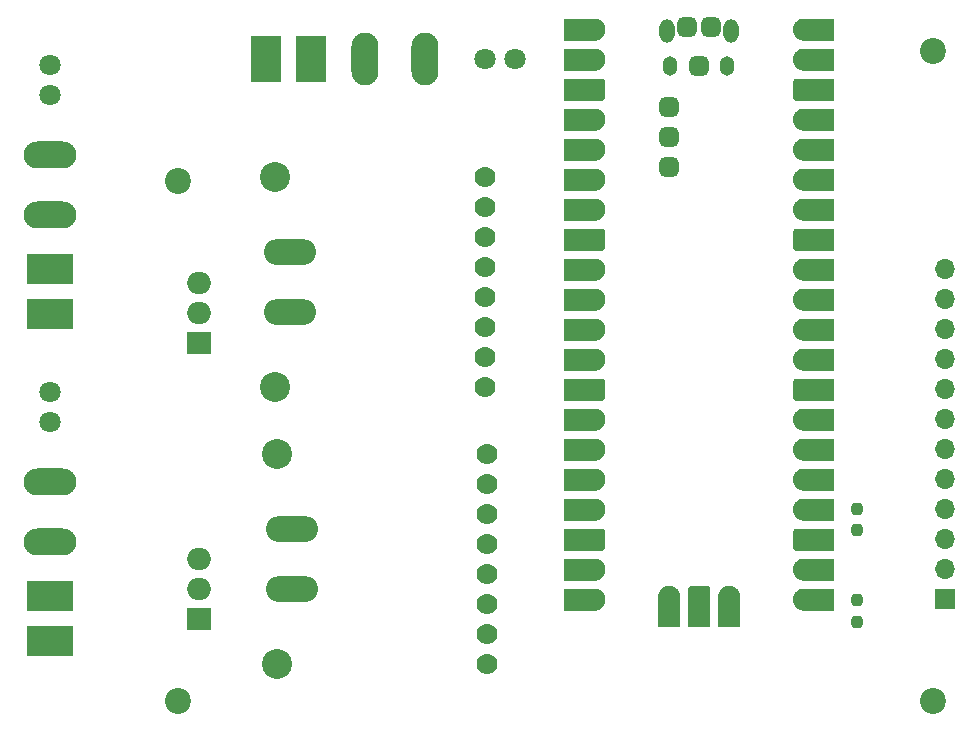
<source format=gts>
G04 #@! TF.GenerationSoftware,KiCad,Pcbnew,7.0.8*
G04 #@! TF.CreationDate,2023-10-27T17:24:16-04:00*
G04 #@! TF.ProjectId,IPTC Power Distribution and Control,49505443-2050-46f7-9765-722044697374,rev?*
G04 #@! TF.SameCoordinates,Original*
G04 #@! TF.FileFunction,Soldermask,Top*
G04 #@! TF.FilePolarity,Negative*
%FSLAX46Y46*%
G04 Gerber Fmt 4.6, Leading zero omitted, Abs format (unit mm)*
G04 Created by KiCad (PCBNEW 7.0.8) date 2023-10-27 17:24:16*
%MOMM*%
%LPD*%
G01*
G04 APERTURE LIST*
G04 Aperture macros list*
%AMRoundRect*
0 Rectangle with rounded corners*
0 $1 Rounding radius*
0 $2 $3 $4 $5 $6 $7 $8 $9 X,Y pos of 4 corners*
0 Add a 4 corners polygon primitive as box body*
4,1,4,$2,$3,$4,$5,$6,$7,$8,$9,$2,$3,0*
0 Add four circle primitives for the rounded corners*
1,1,$1+$1,$2,$3*
1,1,$1+$1,$4,$5*
1,1,$1+$1,$6,$7*
1,1,$1+$1,$8,$9*
0 Add four rect primitives between the rounded corners*
20,1,$1+$1,$2,$3,$4,$5,0*
20,1,$1+$1,$4,$5,$6,$7,0*
20,1,$1+$1,$6,$7,$8,$9,0*
20,1,$1+$1,$8,$9,$2,$3,0*%
G04 Aperture macros list end*
%ADD10C,0.010000*%
%ADD11C,2.200000*%
%ADD12RoundRect,0.237500X0.237500X-0.250000X0.237500X0.250000X-0.237500X0.250000X-0.237500X-0.250000X0*%
%ADD13R,1.700000X1.700000*%
%ADD14O,1.700000X1.700000*%
%ADD15C,1.803400*%
%ADD16RoundRect,0.552000X-0.300000X-0.300000X0.300000X-0.300000X0.300000X0.300000X-0.300000X0.300000X0*%
%ADD17O,1.254000X1.654000*%
%ADD18O,1.304000X2.004000*%
%ADD19C,2.540000*%
%ADD20C,1.778000*%
%ADD21O,4.400000X2.200000*%
%ADD22R,4.000000X2.500000*%
%ADD23O,4.470400X2.286000*%
%ADD24R,2.000000X1.905000*%
%ADD25O,2.000000X1.905000*%
%ADD26R,2.500000X4.000000*%
%ADD27O,2.286000X4.470400*%
G04 APERTURE END LIST*
D10*
X211377000Y-99960000D02*
X208277000Y-99960000D01*
X208261000Y-99960000D01*
X208246000Y-99958000D01*
X208230000Y-99956000D01*
X208215000Y-99953000D01*
X208199000Y-99950000D01*
X208184000Y-99945000D01*
X208169000Y-99940000D01*
X208155000Y-99934000D01*
X208141000Y-99927000D01*
X208127000Y-99920000D01*
X208114000Y-99912000D01*
X208101000Y-99903000D01*
X208088000Y-99893000D01*
X208076000Y-99883000D01*
X208065000Y-99872000D01*
X208054000Y-99861000D01*
X208044000Y-99849000D01*
X208034000Y-99836000D01*
X208025000Y-99823000D01*
X208017000Y-99810000D01*
X208010000Y-99796000D01*
X208003000Y-99782000D01*
X207997000Y-99768000D01*
X207992000Y-99753000D01*
X207987000Y-99738000D01*
X207984000Y-99722000D01*
X207981000Y-99707000D01*
X207979000Y-99691000D01*
X207977000Y-99676000D01*
X207977000Y-99660000D01*
X207977000Y-98460000D01*
X207977000Y-98444000D01*
X207979000Y-98429000D01*
X207981000Y-98413000D01*
X207984000Y-98398000D01*
X207987000Y-98382000D01*
X207992000Y-98367000D01*
X207997000Y-98352000D01*
X208003000Y-98338000D01*
X208010000Y-98324000D01*
X208017000Y-98310000D01*
X208025000Y-98297000D01*
X208034000Y-98284000D01*
X208044000Y-98271000D01*
X208054000Y-98259000D01*
X208065000Y-98248000D01*
X208076000Y-98237000D01*
X208088000Y-98227000D01*
X208101000Y-98217000D01*
X208114000Y-98208000D01*
X208127000Y-98200000D01*
X208141000Y-98193000D01*
X208155000Y-98186000D01*
X208169000Y-98180000D01*
X208184000Y-98175000D01*
X208199000Y-98170000D01*
X208215000Y-98167000D01*
X208230000Y-98164000D01*
X208246000Y-98162000D01*
X208261000Y-98160000D01*
X208277000Y-98160000D01*
X211377000Y-98160000D01*
X211377000Y-99960000D01*
G36*
X211377000Y-99960000D02*
G01*
X208277000Y-99960000D01*
X208261000Y-99960000D01*
X208246000Y-99958000D01*
X208230000Y-99956000D01*
X208215000Y-99953000D01*
X208199000Y-99950000D01*
X208184000Y-99945000D01*
X208169000Y-99940000D01*
X208155000Y-99934000D01*
X208141000Y-99927000D01*
X208127000Y-99920000D01*
X208114000Y-99912000D01*
X208101000Y-99903000D01*
X208088000Y-99893000D01*
X208076000Y-99883000D01*
X208065000Y-99872000D01*
X208054000Y-99861000D01*
X208044000Y-99849000D01*
X208034000Y-99836000D01*
X208025000Y-99823000D01*
X208017000Y-99810000D01*
X208010000Y-99796000D01*
X208003000Y-99782000D01*
X207997000Y-99768000D01*
X207992000Y-99753000D01*
X207987000Y-99738000D01*
X207984000Y-99722000D01*
X207981000Y-99707000D01*
X207979000Y-99691000D01*
X207977000Y-99676000D01*
X207977000Y-99660000D01*
X207977000Y-98460000D01*
X207977000Y-98444000D01*
X207979000Y-98429000D01*
X207981000Y-98413000D01*
X207984000Y-98398000D01*
X207987000Y-98382000D01*
X207992000Y-98367000D01*
X207997000Y-98352000D01*
X208003000Y-98338000D01*
X208010000Y-98324000D01*
X208017000Y-98310000D01*
X208025000Y-98297000D01*
X208034000Y-98284000D01*
X208044000Y-98271000D01*
X208054000Y-98259000D01*
X208065000Y-98248000D01*
X208076000Y-98237000D01*
X208088000Y-98227000D01*
X208101000Y-98217000D01*
X208114000Y-98208000D01*
X208127000Y-98200000D01*
X208141000Y-98193000D01*
X208155000Y-98186000D01*
X208169000Y-98180000D01*
X208184000Y-98175000D01*
X208199000Y-98170000D01*
X208215000Y-98167000D01*
X208230000Y-98164000D01*
X208246000Y-98162000D01*
X208261000Y-98160000D01*
X208277000Y-98160000D01*
X211377000Y-98160000D01*
X211377000Y-99960000D01*
G37*
X211377000Y-87260000D02*
X208277000Y-87260000D01*
X208261000Y-87260000D01*
X208246000Y-87258000D01*
X208230000Y-87256000D01*
X208215000Y-87253000D01*
X208199000Y-87250000D01*
X208184000Y-87245000D01*
X208169000Y-87240000D01*
X208155000Y-87234000D01*
X208141000Y-87227000D01*
X208127000Y-87220000D01*
X208114000Y-87212000D01*
X208101000Y-87203000D01*
X208088000Y-87193000D01*
X208076000Y-87183000D01*
X208065000Y-87172000D01*
X208054000Y-87161000D01*
X208044000Y-87149000D01*
X208034000Y-87136000D01*
X208025000Y-87123000D01*
X208017000Y-87110000D01*
X208010000Y-87096000D01*
X208003000Y-87082000D01*
X207997000Y-87068000D01*
X207992000Y-87053000D01*
X207987000Y-87038000D01*
X207984000Y-87022000D01*
X207981000Y-87007000D01*
X207979000Y-86991000D01*
X207977000Y-86976000D01*
X207977000Y-86960000D01*
X207977000Y-85760000D01*
X207977000Y-85744000D01*
X207979000Y-85729000D01*
X207981000Y-85713000D01*
X207984000Y-85698000D01*
X207987000Y-85682000D01*
X207992000Y-85667000D01*
X207997000Y-85652000D01*
X208003000Y-85638000D01*
X208010000Y-85624000D01*
X208017000Y-85610000D01*
X208025000Y-85597000D01*
X208034000Y-85584000D01*
X208044000Y-85571000D01*
X208054000Y-85559000D01*
X208065000Y-85548000D01*
X208076000Y-85537000D01*
X208088000Y-85527000D01*
X208101000Y-85517000D01*
X208114000Y-85508000D01*
X208127000Y-85500000D01*
X208141000Y-85493000D01*
X208155000Y-85486000D01*
X208169000Y-85480000D01*
X208184000Y-85475000D01*
X208199000Y-85470000D01*
X208215000Y-85467000D01*
X208230000Y-85464000D01*
X208246000Y-85462000D01*
X208261000Y-85460000D01*
X208277000Y-85460000D01*
X211377000Y-85460000D01*
X211377000Y-87260000D01*
G36*
X211377000Y-87260000D02*
G01*
X208277000Y-87260000D01*
X208261000Y-87260000D01*
X208246000Y-87258000D01*
X208230000Y-87256000D01*
X208215000Y-87253000D01*
X208199000Y-87250000D01*
X208184000Y-87245000D01*
X208169000Y-87240000D01*
X208155000Y-87234000D01*
X208141000Y-87227000D01*
X208127000Y-87220000D01*
X208114000Y-87212000D01*
X208101000Y-87203000D01*
X208088000Y-87193000D01*
X208076000Y-87183000D01*
X208065000Y-87172000D01*
X208054000Y-87161000D01*
X208044000Y-87149000D01*
X208034000Y-87136000D01*
X208025000Y-87123000D01*
X208017000Y-87110000D01*
X208010000Y-87096000D01*
X208003000Y-87082000D01*
X207997000Y-87068000D01*
X207992000Y-87053000D01*
X207987000Y-87038000D01*
X207984000Y-87022000D01*
X207981000Y-87007000D01*
X207979000Y-86991000D01*
X207977000Y-86976000D01*
X207977000Y-86960000D01*
X207977000Y-85760000D01*
X207977000Y-85744000D01*
X207979000Y-85729000D01*
X207981000Y-85713000D01*
X207984000Y-85698000D01*
X207987000Y-85682000D01*
X207992000Y-85667000D01*
X207997000Y-85652000D01*
X208003000Y-85638000D01*
X208010000Y-85624000D01*
X208017000Y-85610000D01*
X208025000Y-85597000D01*
X208034000Y-85584000D01*
X208044000Y-85571000D01*
X208054000Y-85559000D01*
X208065000Y-85548000D01*
X208076000Y-85537000D01*
X208088000Y-85527000D01*
X208101000Y-85517000D01*
X208114000Y-85508000D01*
X208127000Y-85500000D01*
X208141000Y-85493000D01*
X208155000Y-85486000D01*
X208169000Y-85480000D01*
X208184000Y-85475000D01*
X208199000Y-85470000D01*
X208215000Y-85467000D01*
X208230000Y-85464000D01*
X208246000Y-85462000D01*
X208261000Y-85460000D01*
X208277000Y-85460000D01*
X211377000Y-85460000D01*
X211377000Y-87260000D01*
G37*
X211377000Y-74560000D02*
X208277000Y-74560000D01*
X208261000Y-74560000D01*
X208246000Y-74558000D01*
X208230000Y-74556000D01*
X208215000Y-74553000D01*
X208199000Y-74550000D01*
X208184000Y-74545000D01*
X208169000Y-74540000D01*
X208155000Y-74534000D01*
X208141000Y-74527000D01*
X208127000Y-74520000D01*
X208114000Y-74512000D01*
X208101000Y-74503000D01*
X208088000Y-74493000D01*
X208076000Y-74483000D01*
X208065000Y-74472000D01*
X208054000Y-74461000D01*
X208044000Y-74449000D01*
X208034000Y-74436000D01*
X208025000Y-74423000D01*
X208017000Y-74410000D01*
X208010000Y-74396000D01*
X208003000Y-74382000D01*
X207997000Y-74368000D01*
X207992000Y-74353000D01*
X207987000Y-74338000D01*
X207984000Y-74322000D01*
X207981000Y-74307000D01*
X207979000Y-74291000D01*
X207977000Y-74276000D01*
X207977000Y-74260000D01*
X207977000Y-73060000D01*
X207977000Y-73044000D01*
X207979000Y-73029000D01*
X207981000Y-73013000D01*
X207984000Y-72998000D01*
X207987000Y-72982000D01*
X207992000Y-72967000D01*
X207997000Y-72952000D01*
X208003000Y-72938000D01*
X208010000Y-72924000D01*
X208017000Y-72910000D01*
X208025000Y-72897000D01*
X208034000Y-72884000D01*
X208044000Y-72871000D01*
X208054000Y-72859000D01*
X208065000Y-72848000D01*
X208076000Y-72837000D01*
X208088000Y-72827000D01*
X208101000Y-72817000D01*
X208114000Y-72808000D01*
X208127000Y-72800000D01*
X208141000Y-72793000D01*
X208155000Y-72786000D01*
X208169000Y-72780000D01*
X208184000Y-72775000D01*
X208199000Y-72770000D01*
X208215000Y-72767000D01*
X208230000Y-72764000D01*
X208246000Y-72762000D01*
X208261000Y-72760000D01*
X208277000Y-72760000D01*
X211377000Y-72760000D01*
X211377000Y-74560000D01*
G36*
X211377000Y-74560000D02*
G01*
X208277000Y-74560000D01*
X208261000Y-74560000D01*
X208246000Y-74558000D01*
X208230000Y-74556000D01*
X208215000Y-74553000D01*
X208199000Y-74550000D01*
X208184000Y-74545000D01*
X208169000Y-74540000D01*
X208155000Y-74534000D01*
X208141000Y-74527000D01*
X208127000Y-74520000D01*
X208114000Y-74512000D01*
X208101000Y-74503000D01*
X208088000Y-74493000D01*
X208076000Y-74483000D01*
X208065000Y-74472000D01*
X208054000Y-74461000D01*
X208044000Y-74449000D01*
X208034000Y-74436000D01*
X208025000Y-74423000D01*
X208017000Y-74410000D01*
X208010000Y-74396000D01*
X208003000Y-74382000D01*
X207997000Y-74368000D01*
X207992000Y-74353000D01*
X207987000Y-74338000D01*
X207984000Y-74322000D01*
X207981000Y-74307000D01*
X207979000Y-74291000D01*
X207977000Y-74276000D01*
X207977000Y-74260000D01*
X207977000Y-73060000D01*
X207977000Y-73044000D01*
X207979000Y-73029000D01*
X207981000Y-73013000D01*
X207984000Y-72998000D01*
X207987000Y-72982000D01*
X207992000Y-72967000D01*
X207997000Y-72952000D01*
X208003000Y-72938000D01*
X208010000Y-72924000D01*
X208017000Y-72910000D01*
X208025000Y-72897000D01*
X208034000Y-72884000D01*
X208044000Y-72871000D01*
X208054000Y-72859000D01*
X208065000Y-72848000D01*
X208076000Y-72837000D01*
X208088000Y-72827000D01*
X208101000Y-72817000D01*
X208114000Y-72808000D01*
X208127000Y-72800000D01*
X208141000Y-72793000D01*
X208155000Y-72786000D01*
X208169000Y-72780000D01*
X208184000Y-72775000D01*
X208199000Y-72770000D01*
X208215000Y-72767000D01*
X208230000Y-72764000D01*
X208246000Y-72762000D01*
X208261000Y-72760000D01*
X208277000Y-72760000D01*
X211377000Y-72760000D01*
X211377000Y-74560000D01*
G37*
X211377000Y-61860000D02*
X208277000Y-61860000D01*
X208261000Y-61860000D01*
X208246000Y-61858000D01*
X208230000Y-61856000D01*
X208215000Y-61853000D01*
X208199000Y-61850000D01*
X208184000Y-61845000D01*
X208169000Y-61840000D01*
X208155000Y-61834000D01*
X208141000Y-61827000D01*
X208127000Y-61820000D01*
X208114000Y-61812000D01*
X208101000Y-61803000D01*
X208088000Y-61793000D01*
X208076000Y-61783000D01*
X208065000Y-61772000D01*
X208054000Y-61761000D01*
X208044000Y-61749000D01*
X208034000Y-61736000D01*
X208025000Y-61723000D01*
X208017000Y-61710000D01*
X208010000Y-61696000D01*
X208003000Y-61682000D01*
X207997000Y-61668000D01*
X207992000Y-61653000D01*
X207987000Y-61638000D01*
X207984000Y-61622000D01*
X207981000Y-61607000D01*
X207979000Y-61591000D01*
X207977000Y-61576000D01*
X207977000Y-61560000D01*
X207977000Y-60360000D01*
X207977000Y-60344000D01*
X207979000Y-60329000D01*
X207981000Y-60313000D01*
X207984000Y-60298000D01*
X207987000Y-60282000D01*
X207992000Y-60267000D01*
X207997000Y-60252000D01*
X208003000Y-60238000D01*
X208010000Y-60224000D01*
X208017000Y-60210000D01*
X208025000Y-60197000D01*
X208034000Y-60184000D01*
X208044000Y-60171000D01*
X208054000Y-60159000D01*
X208065000Y-60148000D01*
X208076000Y-60137000D01*
X208088000Y-60127000D01*
X208101000Y-60117000D01*
X208114000Y-60108000D01*
X208127000Y-60100000D01*
X208141000Y-60093000D01*
X208155000Y-60086000D01*
X208169000Y-60080000D01*
X208184000Y-60075000D01*
X208199000Y-60070000D01*
X208215000Y-60067000D01*
X208230000Y-60064000D01*
X208246000Y-60062000D01*
X208261000Y-60060000D01*
X208277000Y-60060000D01*
X211377000Y-60060000D01*
X211377000Y-61860000D01*
G36*
X211377000Y-61860000D02*
G01*
X208277000Y-61860000D01*
X208261000Y-61860000D01*
X208246000Y-61858000D01*
X208230000Y-61856000D01*
X208215000Y-61853000D01*
X208199000Y-61850000D01*
X208184000Y-61845000D01*
X208169000Y-61840000D01*
X208155000Y-61834000D01*
X208141000Y-61827000D01*
X208127000Y-61820000D01*
X208114000Y-61812000D01*
X208101000Y-61803000D01*
X208088000Y-61793000D01*
X208076000Y-61783000D01*
X208065000Y-61772000D01*
X208054000Y-61761000D01*
X208044000Y-61749000D01*
X208034000Y-61736000D01*
X208025000Y-61723000D01*
X208017000Y-61710000D01*
X208010000Y-61696000D01*
X208003000Y-61682000D01*
X207997000Y-61668000D01*
X207992000Y-61653000D01*
X207987000Y-61638000D01*
X207984000Y-61622000D01*
X207981000Y-61607000D01*
X207979000Y-61591000D01*
X207977000Y-61576000D01*
X207977000Y-61560000D01*
X207977000Y-60360000D01*
X207977000Y-60344000D01*
X207979000Y-60329000D01*
X207981000Y-60313000D01*
X207984000Y-60298000D01*
X207987000Y-60282000D01*
X207992000Y-60267000D01*
X207997000Y-60252000D01*
X208003000Y-60238000D01*
X208010000Y-60224000D01*
X208017000Y-60210000D01*
X208025000Y-60197000D01*
X208034000Y-60184000D01*
X208044000Y-60171000D01*
X208054000Y-60159000D01*
X208065000Y-60148000D01*
X208076000Y-60137000D01*
X208088000Y-60127000D01*
X208101000Y-60117000D01*
X208114000Y-60108000D01*
X208127000Y-60100000D01*
X208141000Y-60093000D01*
X208155000Y-60086000D01*
X208169000Y-60080000D01*
X208184000Y-60075000D01*
X208199000Y-60070000D01*
X208215000Y-60067000D01*
X208230000Y-60064000D01*
X208246000Y-60062000D01*
X208261000Y-60060000D01*
X208277000Y-60060000D01*
X211377000Y-60060000D01*
X211377000Y-61860000D01*
G37*
X200618000Y-103012000D02*
X200634000Y-103014000D01*
X200649000Y-103017000D01*
X200665000Y-103020000D01*
X200680000Y-103025000D01*
X200695000Y-103030000D01*
X200709000Y-103036000D01*
X200723000Y-103043000D01*
X200737000Y-103050000D01*
X200750000Y-103058000D01*
X200763000Y-103067000D01*
X200776000Y-103077000D01*
X200788000Y-103087000D01*
X200799000Y-103098000D01*
X200810000Y-103109000D01*
X200820000Y-103121000D01*
X200830000Y-103134000D01*
X200839000Y-103147000D01*
X200847000Y-103160000D01*
X200854000Y-103174000D01*
X200861000Y-103188000D01*
X200867000Y-103202000D01*
X200872000Y-103217000D01*
X200877000Y-103232000D01*
X200880000Y-103248000D01*
X200883000Y-103263000D01*
X200885000Y-103279000D01*
X200887000Y-103294000D01*
X200887000Y-103310000D01*
X200887000Y-106410000D01*
X199087000Y-106410000D01*
X199087000Y-103310000D01*
X199087000Y-103294000D01*
X199089000Y-103279000D01*
X199091000Y-103263000D01*
X199094000Y-103248000D01*
X199097000Y-103232000D01*
X199102000Y-103217000D01*
X199107000Y-103202000D01*
X199113000Y-103188000D01*
X199120000Y-103174000D01*
X199127000Y-103160000D01*
X199135000Y-103147000D01*
X199144000Y-103134000D01*
X199154000Y-103121000D01*
X199164000Y-103109000D01*
X199175000Y-103098000D01*
X199186000Y-103087000D01*
X199198000Y-103077000D01*
X199211000Y-103067000D01*
X199224000Y-103058000D01*
X199237000Y-103050000D01*
X199251000Y-103043000D01*
X199265000Y-103036000D01*
X199279000Y-103030000D01*
X199294000Y-103025000D01*
X199309000Y-103020000D01*
X199325000Y-103017000D01*
X199340000Y-103014000D01*
X199356000Y-103012000D01*
X199371000Y-103010000D01*
X199387000Y-103010000D01*
X200587000Y-103010000D01*
X200603000Y-103010000D01*
X200618000Y-103012000D01*
G36*
X200618000Y-103012000D02*
G01*
X200634000Y-103014000D01*
X200649000Y-103017000D01*
X200665000Y-103020000D01*
X200680000Y-103025000D01*
X200695000Y-103030000D01*
X200709000Y-103036000D01*
X200723000Y-103043000D01*
X200737000Y-103050000D01*
X200750000Y-103058000D01*
X200763000Y-103067000D01*
X200776000Y-103077000D01*
X200788000Y-103087000D01*
X200799000Y-103098000D01*
X200810000Y-103109000D01*
X200820000Y-103121000D01*
X200830000Y-103134000D01*
X200839000Y-103147000D01*
X200847000Y-103160000D01*
X200854000Y-103174000D01*
X200861000Y-103188000D01*
X200867000Y-103202000D01*
X200872000Y-103217000D01*
X200877000Y-103232000D01*
X200880000Y-103248000D01*
X200883000Y-103263000D01*
X200885000Y-103279000D01*
X200887000Y-103294000D01*
X200887000Y-103310000D01*
X200887000Y-106410000D01*
X199087000Y-106410000D01*
X199087000Y-103310000D01*
X199087000Y-103294000D01*
X199089000Y-103279000D01*
X199091000Y-103263000D01*
X199094000Y-103248000D01*
X199097000Y-103232000D01*
X199102000Y-103217000D01*
X199107000Y-103202000D01*
X199113000Y-103188000D01*
X199120000Y-103174000D01*
X199127000Y-103160000D01*
X199135000Y-103147000D01*
X199144000Y-103134000D01*
X199154000Y-103121000D01*
X199164000Y-103109000D01*
X199175000Y-103098000D01*
X199186000Y-103087000D01*
X199198000Y-103077000D01*
X199211000Y-103067000D01*
X199224000Y-103058000D01*
X199237000Y-103050000D01*
X199251000Y-103043000D01*
X199265000Y-103036000D01*
X199279000Y-103030000D01*
X199294000Y-103025000D01*
X199309000Y-103020000D01*
X199325000Y-103017000D01*
X199340000Y-103014000D01*
X199356000Y-103012000D01*
X199371000Y-103010000D01*
X199387000Y-103010000D01*
X200587000Y-103010000D01*
X200603000Y-103010000D01*
X200618000Y-103012000D01*
G37*
X191728000Y-98162000D02*
X191744000Y-98164000D01*
X191759000Y-98167000D01*
X191775000Y-98170000D01*
X191790000Y-98175000D01*
X191805000Y-98180000D01*
X191819000Y-98186000D01*
X191833000Y-98193000D01*
X191847000Y-98200000D01*
X191860000Y-98208000D01*
X191873000Y-98217000D01*
X191886000Y-98227000D01*
X191898000Y-98237000D01*
X191909000Y-98248000D01*
X191920000Y-98259000D01*
X191930000Y-98271000D01*
X191940000Y-98284000D01*
X191949000Y-98297000D01*
X191957000Y-98310000D01*
X191964000Y-98324000D01*
X191971000Y-98338000D01*
X191977000Y-98352000D01*
X191982000Y-98367000D01*
X191987000Y-98382000D01*
X191990000Y-98398000D01*
X191993000Y-98413000D01*
X191995000Y-98429000D01*
X191997000Y-98444000D01*
X191997000Y-98460000D01*
X191997000Y-99660000D01*
X191997000Y-99676000D01*
X191995000Y-99691000D01*
X191993000Y-99707000D01*
X191990000Y-99722000D01*
X191987000Y-99738000D01*
X191982000Y-99753000D01*
X191977000Y-99768000D01*
X191971000Y-99782000D01*
X191964000Y-99796000D01*
X191957000Y-99810000D01*
X191949000Y-99823000D01*
X191940000Y-99836000D01*
X191930000Y-99849000D01*
X191920000Y-99861000D01*
X191909000Y-99872000D01*
X191898000Y-99883000D01*
X191886000Y-99893000D01*
X191873000Y-99903000D01*
X191860000Y-99912000D01*
X191847000Y-99920000D01*
X191833000Y-99927000D01*
X191819000Y-99934000D01*
X191805000Y-99940000D01*
X191790000Y-99945000D01*
X191775000Y-99950000D01*
X191759000Y-99953000D01*
X191744000Y-99956000D01*
X191728000Y-99958000D01*
X191713000Y-99960000D01*
X191697000Y-99960000D01*
X188597000Y-99960000D01*
X188597000Y-98160000D01*
X191697000Y-98160000D01*
X191713000Y-98160000D01*
X191728000Y-98162000D01*
G36*
X191728000Y-98162000D02*
G01*
X191744000Y-98164000D01*
X191759000Y-98167000D01*
X191775000Y-98170000D01*
X191790000Y-98175000D01*
X191805000Y-98180000D01*
X191819000Y-98186000D01*
X191833000Y-98193000D01*
X191847000Y-98200000D01*
X191860000Y-98208000D01*
X191873000Y-98217000D01*
X191886000Y-98227000D01*
X191898000Y-98237000D01*
X191909000Y-98248000D01*
X191920000Y-98259000D01*
X191930000Y-98271000D01*
X191940000Y-98284000D01*
X191949000Y-98297000D01*
X191957000Y-98310000D01*
X191964000Y-98324000D01*
X191971000Y-98338000D01*
X191977000Y-98352000D01*
X191982000Y-98367000D01*
X191987000Y-98382000D01*
X191990000Y-98398000D01*
X191993000Y-98413000D01*
X191995000Y-98429000D01*
X191997000Y-98444000D01*
X191997000Y-98460000D01*
X191997000Y-99660000D01*
X191997000Y-99676000D01*
X191995000Y-99691000D01*
X191993000Y-99707000D01*
X191990000Y-99722000D01*
X191987000Y-99738000D01*
X191982000Y-99753000D01*
X191977000Y-99768000D01*
X191971000Y-99782000D01*
X191964000Y-99796000D01*
X191957000Y-99810000D01*
X191949000Y-99823000D01*
X191940000Y-99836000D01*
X191930000Y-99849000D01*
X191920000Y-99861000D01*
X191909000Y-99872000D01*
X191898000Y-99883000D01*
X191886000Y-99893000D01*
X191873000Y-99903000D01*
X191860000Y-99912000D01*
X191847000Y-99920000D01*
X191833000Y-99927000D01*
X191819000Y-99934000D01*
X191805000Y-99940000D01*
X191790000Y-99945000D01*
X191775000Y-99950000D01*
X191759000Y-99953000D01*
X191744000Y-99956000D01*
X191728000Y-99958000D01*
X191713000Y-99960000D01*
X191697000Y-99960000D01*
X188597000Y-99960000D01*
X188597000Y-98160000D01*
X191697000Y-98160000D01*
X191713000Y-98160000D01*
X191728000Y-98162000D01*
G37*
X191728000Y-85462000D02*
X191744000Y-85464000D01*
X191759000Y-85467000D01*
X191775000Y-85470000D01*
X191790000Y-85475000D01*
X191805000Y-85480000D01*
X191819000Y-85486000D01*
X191833000Y-85493000D01*
X191847000Y-85500000D01*
X191860000Y-85508000D01*
X191873000Y-85517000D01*
X191886000Y-85527000D01*
X191898000Y-85537000D01*
X191909000Y-85548000D01*
X191920000Y-85559000D01*
X191930000Y-85571000D01*
X191940000Y-85584000D01*
X191949000Y-85597000D01*
X191957000Y-85610000D01*
X191964000Y-85624000D01*
X191971000Y-85638000D01*
X191977000Y-85652000D01*
X191982000Y-85667000D01*
X191987000Y-85682000D01*
X191990000Y-85698000D01*
X191993000Y-85713000D01*
X191995000Y-85729000D01*
X191997000Y-85744000D01*
X191997000Y-85760000D01*
X191997000Y-86960000D01*
X191997000Y-86976000D01*
X191995000Y-86991000D01*
X191993000Y-87007000D01*
X191990000Y-87022000D01*
X191987000Y-87038000D01*
X191982000Y-87053000D01*
X191977000Y-87068000D01*
X191971000Y-87082000D01*
X191964000Y-87096000D01*
X191957000Y-87110000D01*
X191949000Y-87123000D01*
X191940000Y-87136000D01*
X191930000Y-87149000D01*
X191920000Y-87161000D01*
X191909000Y-87172000D01*
X191898000Y-87183000D01*
X191886000Y-87193000D01*
X191873000Y-87203000D01*
X191860000Y-87212000D01*
X191847000Y-87220000D01*
X191833000Y-87227000D01*
X191819000Y-87234000D01*
X191805000Y-87240000D01*
X191790000Y-87245000D01*
X191775000Y-87250000D01*
X191759000Y-87253000D01*
X191744000Y-87256000D01*
X191728000Y-87258000D01*
X191713000Y-87260000D01*
X191697000Y-87260000D01*
X188597000Y-87260000D01*
X188597000Y-85460000D01*
X191697000Y-85460000D01*
X191713000Y-85460000D01*
X191728000Y-85462000D01*
G36*
X191728000Y-85462000D02*
G01*
X191744000Y-85464000D01*
X191759000Y-85467000D01*
X191775000Y-85470000D01*
X191790000Y-85475000D01*
X191805000Y-85480000D01*
X191819000Y-85486000D01*
X191833000Y-85493000D01*
X191847000Y-85500000D01*
X191860000Y-85508000D01*
X191873000Y-85517000D01*
X191886000Y-85527000D01*
X191898000Y-85537000D01*
X191909000Y-85548000D01*
X191920000Y-85559000D01*
X191930000Y-85571000D01*
X191940000Y-85584000D01*
X191949000Y-85597000D01*
X191957000Y-85610000D01*
X191964000Y-85624000D01*
X191971000Y-85638000D01*
X191977000Y-85652000D01*
X191982000Y-85667000D01*
X191987000Y-85682000D01*
X191990000Y-85698000D01*
X191993000Y-85713000D01*
X191995000Y-85729000D01*
X191997000Y-85744000D01*
X191997000Y-85760000D01*
X191997000Y-86960000D01*
X191997000Y-86976000D01*
X191995000Y-86991000D01*
X191993000Y-87007000D01*
X191990000Y-87022000D01*
X191987000Y-87038000D01*
X191982000Y-87053000D01*
X191977000Y-87068000D01*
X191971000Y-87082000D01*
X191964000Y-87096000D01*
X191957000Y-87110000D01*
X191949000Y-87123000D01*
X191940000Y-87136000D01*
X191930000Y-87149000D01*
X191920000Y-87161000D01*
X191909000Y-87172000D01*
X191898000Y-87183000D01*
X191886000Y-87193000D01*
X191873000Y-87203000D01*
X191860000Y-87212000D01*
X191847000Y-87220000D01*
X191833000Y-87227000D01*
X191819000Y-87234000D01*
X191805000Y-87240000D01*
X191790000Y-87245000D01*
X191775000Y-87250000D01*
X191759000Y-87253000D01*
X191744000Y-87256000D01*
X191728000Y-87258000D01*
X191713000Y-87260000D01*
X191697000Y-87260000D01*
X188597000Y-87260000D01*
X188597000Y-85460000D01*
X191697000Y-85460000D01*
X191713000Y-85460000D01*
X191728000Y-85462000D01*
G37*
X191728000Y-72762000D02*
X191744000Y-72764000D01*
X191759000Y-72767000D01*
X191775000Y-72770000D01*
X191790000Y-72775000D01*
X191805000Y-72780000D01*
X191819000Y-72786000D01*
X191833000Y-72793000D01*
X191847000Y-72800000D01*
X191860000Y-72808000D01*
X191873000Y-72817000D01*
X191886000Y-72827000D01*
X191898000Y-72837000D01*
X191909000Y-72848000D01*
X191920000Y-72859000D01*
X191930000Y-72871000D01*
X191940000Y-72884000D01*
X191949000Y-72897000D01*
X191957000Y-72910000D01*
X191964000Y-72924000D01*
X191971000Y-72938000D01*
X191977000Y-72952000D01*
X191982000Y-72967000D01*
X191987000Y-72982000D01*
X191990000Y-72998000D01*
X191993000Y-73013000D01*
X191995000Y-73029000D01*
X191997000Y-73044000D01*
X191997000Y-73060000D01*
X191997000Y-74260000D01*
X191997000Y-74276000D01*
X191995000Y-74291000D01*
X191993000Y-74307000D01*
X191990000Y-74322000D01*
X191987000Y-74338000D01*
X191982000Y-74353000D01*
X191977000Y-74368000D01*
X191971000Y-74382000D01*
X191964000Y-74396000D01*
X191957000Y-74410000D01*
X191949000Y-74423000D01*
X191940000Y-74436000D01*
X191930000Y-74449000D01*
X191920000Y-74461000D01*
X191909000Y-74472000D01*
X191898000Y-74483000D01*
X191886000Y-74493000D01*
X191873000Y-74503000D01*
X191860000Y-74512000D01*
X191847000Y-74520000D01*
X191833000Y-74527000D01*
X191819000Y-74534000D01*
X191805000Y-74540000D01*
X191790000Y-74545000D01*
X191775000Y-74550000D01*
X191759000Y-74553000D01*
X191744000Y-74556000D01*
X191728000Y-74558000D01*
X191713000Y-74560000D01*
X191697000Y-74560000D01*
X188597000Y-74560000D01*
X188597000Y-72760000D01*
X191697000Y-72760000D01*
X191713000Y-72760000D01*
X191728000Y-72762000D01*
G36*
X191728000Y-72762000D02*
G01*
X191744000Y-72764000D01*
X191759000Y-72767000D01*
X191775000Y-72770000D01*
X191790000Y-72775000D01*
X191805000Y-72780000D01*
X191819000Y-72786000D01*
X191833000Y-72793000D01*
X191847000Y-72800000D01*
X191860000Y-72808000D01*
X191873000Y-72817000D01*
X191886000Y-72827000D01*
X191898000Y-72837000D01*
X191909000Y-72848000D01*
X191920000Y-72859000D01*
X191930000Y-72871000D01*
X191940000Y-72884000D01*
X191949000Y-72897000D01*
X191957000Y-72910000D01*
X191964000Y-72924000D01*
X191971000Y-72938000D01*
X191977000Y-72952000D01*
X191982000Y-72967000D01*
X191987000Y-72982000D01*
X191990000Y-72998000D01*
X191993000Y-73013000D01*
X191995000Y-73029000D01*
X191997000Y-73044000D01*
X191997000Y-73060000D01*
X191997000Y-74260000D01*
X191997000Y-74276000D01*
X191995000Y-74291000D01*
X191993000Y-74307000D01*
X191990000Y-74322000D01*
X191987000Y-74338000D01*
X191982000Y-74353000D01*
X191977000Y-74368000D01*
X191971000Y-74382000D01*
X191964000Y-74396000D01*
X191957000Y-74410000D01*
X191949000Y-74423000D01*
X191940000Y-74436000D01*
X191930000Y-74449000D01*
X191920000Y-74461000D01*
X191909000Y-74472000D01*
X191898000Y-74483000D01*
X191886000Y-74493000D01*
X191873000Y-74503000D01*
X191860000Y-74512000D01*
X191847000Y-74520000D01*
X191833000Y-74527000D01*
X191819000Y-74534000D01*
X191805000Y-74540000D01*
X191790000Y-74545000D01*
X191775000Y-74550000D01*
X191759000Y-74553000D01*
X191744000Y-74556000D01*
X191728000Y-74558000D01*
X191713000Y-74560000D01*
X191697000Y-74560000D01*
X188597000Y-74560000D01*
X188597000Y-72760000D01*
X191697000Y-72760000D01*
X191713000Y-72760000D01*
X191728000Y-72762000D01*
G37*
X191728000Y-60062000D02*
X191744000Y-60064000D01*
X191759000Y-60067000D01*
X191775000Y-60070000D01*
X191790000Y-60075000D01*
X191805000Y-60080000D01*
X191819000Y-60086000D01*
X191833000Y-60093000D01*
X191847000Y-60100000D01*
X191860000Y-60108000D01*
X191873000Y-60117000D01*
X191886000Y-60127000D01*
X191898000Y-60137000D01*
X191909000Y-60148000D01*
X191920000Y-60159000D01*
X191930000Y-60171000D01*
X191940000Y-60184000D01*
X191949000Y-60197000D01*
X191957000Y-60210000D01*
X191964000Y-60224000D01*
X191971000Y-60238000D01*
X191977000Y-60252000D01*
X191982000Y-60267000D01*
X191987000Y-60282000D01*
X191990000Y-60298000D01*
X191993000Y-60313000D01*
X191995000Y-60329000D01*
X191997000Y-60344000D01*
X191997000Y-60360000D01*
X191997000Y-61560000D01*
X191997000Y-61576000D01*
X191995000Y-61591000D01*
X191993000Y-61607000D01*
X191990000Y-61622000D01*
X191987000Y-61638000D01*
X191982000Y-61653000D01*
X191977000Y-61668000D01*
X191971000Y-61682000D01*
X191964000Y-61696000D01*
X191957000Y-61710000D01*
X191949000Y-61723000D01*
X191940000Y-61736000D01*
X191930000Y-61749000D01*
X191920000Y-61761000D01*
X191909000Y-61772000D01*
X191898000Y-61783000D01*
X191886000Y-61793000D01*
X191873000Y-61803000D01*
X191860000Y-61812000D01*
X191847000Y-61820000D01*
X191833000Y-61827000D01*
X191819000Y-61834000D01*
X191805000Y-61840000D01*
X191790000Y-61845000D01*
X191775000Y-61850000D01*
X191759000Y-61853000D01*
X191744000Y-61856000D01*
X191728000Y-61858000D01*
X191713000Y-61860000D01*
X191697000Y-61860000D01*
X188597000Y-61860000D01*
X188597000Y-60060000D01*
X191697000Y-60060000D01*
X191713000Y-60060000D01*
X191728000Y-60062000D01*
G36*
X191728000Y-60062000D02*
G01*
X191744000Y-60064000D01*
X191759000Y-60067000D01*
X191775000Y-60070000D01*
X191790000Y-60075000D01*
X191805000Y-60080000D01*
X191819000Y-60086000D01*
X191833000Y-60093000D01*
X191847000Y-60100000D01*
X191860000Y-60108000D01*
X191873000Y-60117000D01*
X191886000Y-60127000D01*
X191898000Y-60137000D01*
X191909000Y-60148000D01*
X191920000Y-60159000D01*
X191930000Y-60171000D01*
X191940000Y-60184000D01*
X191949000Y-60197000D01*
X191957000Y-60210000D01*
X191964000Y-60224000D01*
X191971000Y-60238000D01*
X191977000Y-60252000D01*
X191982000Y-60267000D01*
X191987000Y-60282000D01*
X191990000Y-60298000D01*
X191993000Y-60313000D01*
X191995000Y-60329000D01*
X191997000Y-60344000D01*
X191997000Y-60360000D01*
X191997000Y-61560000D01*
X191997000Y-61576000D01*
X191995000Y-61591000D01*
X191993000Y-61607000D01*
X191990000Y-61622000D01*
X191987000Y-61638000D01*
X191982000Y-61653000D01*
X191977000Y-61668000D01*
X191971000Y-61682000D01*
X191964000Y-61696000D01*
X191957000Y-61710000D01*
X191949000Y-61723000D01*
X191940000Y-61736000D01*
X191930000Y-61749000D01*
X191920000Y-61761000D01*
X191909000Y-61772000D01*
X191898000Y-61783000D01*
X191886000Y-61793000D01*
X191873000Y-61803000D01*
X191860000Y-61812000D01*
X191847000Y-61820000D01*
X191833000Y-61827000D01*
X191819000Y-61834000D01*
X191805000Y-61840000D01*
X191790000Y-61845000D01*
X191775000Y-61850000D01*
X191759000Y-61853000D01*
X191744000Y-61856000D01*
X191728000Y-61858000D01*
X191713000Y-61860000D01*
X191697000Y-61860000D01*
X188597000Y-61860000D01*
X188597000Y-60060000D01*
X191697000Y-60060000D01*
X191713000Y-60060000D01*
X191728000Y-60062000D01*
G37*
X211377000Y-105040000D02*
X208877000Y-105040000D01*
X208830000Y-105039000D01*
X208783000Y-105035000D01*
X208736000Y-105029000D01*
X208690000Y-105020000D01*
X208644000Y-105009000D01*
X208599000Y-104996000D01*
X208554000Y-104980000D01*
X208511000Y-104962000D01*
X208468000Y-104942000D01*
X208427000Y-104919000D01*
X208387000Y-104895000D01*
X208348000Y-104868000D01*
X208311000Y-104839000D01*
X208275000Y-104809000D01*
X208241000Y-104776000D01*
X208208000Y-104742000D01*
X208178000Y-104706000D01*
X208149000Y-104669000D01*
X208122000Y-104630000D01*
X208098000Y-104590000D01*
X208075000Y-104549000D01*
X208055000Y-104506000D01*
X208037000Y-104463000D01*
X208021000Y-104418000D01*
X208008000Y-104373000D01*
X207997000Y-104327000D01*
X207988000Y-104281000D01*
X207982000Y-104234000D01*
X207978000Y-104187000D01*
X207977000Y-104140000D01*
X207978000Y-104093000D01*
X207982000Y-104046000D01*
X207988000Y-103999000D01*
X207997000Y-103953000D01*
X208008000Y-103907000D01*
X208021000Y-103862000D01*
X208037000Y-103817000D01*
X208055000Y-103774000D01*
X208075000Y-103731000D01*
X208098000Y-103690000D01*
X208122000Y-103650000D01*
X208149000Y-103611000D01*
X208178000Y-103574000D01*
X208208000Y-103538000D01*
X208241000Y-103504000D01*
X208275000Y-103471000D01*
X208311000Y-103441000D01*
X208348000Y-103412000D01*
X208387000Y-103385000D01*
X208427000Y-103361000D01*
X208468000Y-103338000D01*
X208511000Y-103318000D01*
X208554000Y-103300000D01*
X208599000Y-103284000D01*
X208644000Y-103271000D01*
X208690000Y-103260000D01*
X208736000Y-103251000D01*
X208783000Y-103245000D01*
X208830000Y-103241000D01*
X208877000Y-103240000D01*
X211377000Y-103240000D01*
X211377000Y-105040000D01*
G36*
X211377000Y-105040000D02*
G01*
X208877000Y-105040000D01*
X208830000Y-105039000D01*
X208783000Y-105035000D01*
X208736000Y-105029000D01*
X208690000Y-105020000D01*
X208644000Y-105009000D01*
X208599000Y-104996000D01*
X208554000Y-104980000D01*
X208511000Y-104962000D01*
X208468000Y-104942000D01*
X208427000Y-104919000D01*
X208387000Y-104895000D01*
X208348000Y-104868000D01*
X208311000Y-104839000D01*
X208275000Y-104809000D01*
X208241000Y-104776000D01*
X208208000Y-104742000D01*
X208178000Y-104706000D01*
X208149000Y-104669000D01*
X208122000Y-104630000D01*
X208098000Y-104590000D01*
X208075000Y-104549000D01*
X208055000Y-104506000D01*
X208037000Y-104463000D01*
X208021000Y-104418000D01*
X208008000Y-104373000D01*
X207997000Y-104327000D01*
X207988000Y-104281000D01*
X207982000Y-104234000D01*
X207978000Y-104187000D01*
X207977000Y-104140000D01*
X207978000Y-104093000D01*
X207982000Y-104046000D01*
X207988000Y-103999000D01*
X207997000Y-103953000D01*
X208008000Y-103907000D01*
X208021000Y-103862000D01*
X208037000Y-103817000D01*
X208055000Y-103774000D01*
X208075000Y-103731000D01*
X208098000Y-103690000D01*
X208122000Y-103650000D01*
X208149000Y-103611000D01*
X208178000Y-103574000D01*
X208208000Y-103538000D01*
X208241000Y-103504000D01*
X208275000Y-103471000D01*
X208311000Y-103441000D01*
X208348000Y-103412000D01*
X208387000Y-103385000D01*
X208427000Y-103361000D01*
X208468000Y-103338000D01*
X208511000Y-103318000D01*
X208554000Y-103300000D01*
X208599000Y-103284000D01*
X208644000Y-103271000D01*
X208690000Y-103260000D01*
X208736000Y-103251000D01*
X208783000Y-103245000D01*
X208830000Y-103241000D01*
X208877000Y-103240000D01*
X211377000Y-103240000D01*
X211377000Y-105040000D01*
G37*
X211377000Y-102500000D02*
X208877000Y-102500000D01*
X208830000Y-102499000D01*
X208783000Y-102495000D01*
X208736000Y-102489000D01*
X208690000Y-102480000D01*
X208644000Y-102469000D01*
X208599000Y-102456000D01*
X208554000Y-102440000D01*
X208511000Y-102422000D01*
X208468000Y-102402000D01*
X208427000Y-102379000D01*
X208387000Y-102355000D01*
X208348000Y-102328000D01*
X208311000Y-102299000D01*
X208275000Y-102269000D01*
X208241000Y-102236000D01*
X208208000Y-102202000D01*
X208178000Y-102166000D01*
X208149000Y-102129000D01*
X208122000Y-102090000D01*
X208098000Y-102050000D01*
X208075000Y-102009000D01*
X208055000Y-101966000D01*
X208037000Y-101923000D01*
X208021000Y-101878000D01*
X208008000Y-101833000D01*
X207997000Y-101787000D01*
X207988000Y-101741000D01*
X207982000Y-101694000D01*
X207978000Y-101647000D01*
X207977000Y-101600000D01*
X207978000Y-101553000D01*
X207982000Y-101506000D01*
X207988000Y-101459000D01*
X207997000Y-101413000D01*
X208008000Y-101367000D01*
X208021000Y-101322000D01*
X208037000Y-101277000D01*
X208055000Y-101234000D01*
X208075000Y-101191000D01*
X208098000Y-101150000D01*
X208122000Y-101110000D01*
X208149000Y-101071000D01*
X208178000Y-101034000D01*
X208208000Y-100998000D01*
X208241000Y-100964000D01*
X208275000Y-100931000D01*
X208311000Y-100901000D01*
X208348000Y-100872000D01*
X208387000Y-100845000D01*
X208427000Y-100821000D01*
X208468000Y-100798000D01*
X208511000Y-100778000D01*
X208554000Y-100760000D01*
X208599000Y-100744000D01*
X208644000Y-100731000D01*
X208690000Y-100720000D01*
X208736000Y-100711000D01*
X208783000Y-100705000D01*
X208830000Y-100701000D01*
X208877000Y-100700000D01*
X211377000Y-100700000D01*
X211377000Y-102500000D01*
G36*
X211377000Y-102500000D02*
G01*
X208877000Y-102500000D01*
X208830000Y-102499000D01*
X208783000Y-102495000D01*
X208736000Y-102489000D01*
X208690000Y-102480000D01*
X208644000Y-102469000D01*
X208599000Y-102456000D01*
X208554000Y-102440000D01*
X208511000Y-102422000D01*
X208468000Y-102402000D01*
X208427000Y-102379000D01*
X208387000Y-102355000D01*
X208348000Y-102328000D01*
X208311000Y-102299000D01*
X208275000Y-102269000D01*
X208241000Y-102236000D01*
X208208000Y-102202000D01*
X208178000Y-102166000D01*
X208149000Y-102129000D01*
X208122000Y-102090000D01*
X208098000Y-102050000D01*
X208075000Y-102009000D01*
X208055000Y-101966000D01*
X208037000Y-101923000D01*
X208021000Y-101878000D01*
X208008000Y-101833000D01*
X207997000Y-101787000D01*
X207988000Y-101741000D01*
X207982000Y-101694000D01*
X207978000Y-101647000D01*
X207977000Y-101600000D01*
X207978000Y-101553000D01*
X207982000Y-101506000D01*
X207988000Y-101459000D01*
X207997000Y-101413000D01*
X208008000Y-101367000D01*
X208021000Y-101322000D01*
X208037000Y-101277000D01*
X208055000Y-101234000D01*
X208075000Y-101191000D01*
X208098000Y-101150000D01*
X208122000Y-101110000D01*
X208149000Y-101071000D01*
X208178000Y-101034000D01*
X208208000Y-100998000D01*
X208241000Y-100964000D01*
X208275000Y-100931000D01*
X208311000Y-100901000D01*
X208348000Y-100872000D01*
X208387000Y-100845000D01*
X208427000Y-100821000D01*
X208468000Y-100798000D01*
X208511000Y-100778000D01*
X208554000Y-100760000D01*
X208599000Y-100744000D01*
X208644000Y-100731000D01*
X208690000Y-100720000D01*
X208736000Y-100711000D01*
X208783000Y-100705000D01*
X208830000Y-100701000D01*
X208877000Y-100700000D01*
X211377000Y-100700000D01*
X211377000Y-102500000D01*
G37*
X211377000Y-97420000D02*
X208877000Y-97420000D01*
X208830000Y-97419000D01*
X208783000Y-97415000D01*
X208736000Y-97409000D01*
X208690000Y-97400000D01*
X208644000Y-97389000D01*
X208599000Y-97376000D01*
X208554000Y-97360000D01*
X208511000Y-97342000D01*
X208468000Y-97322000D01*
X208427000Y-97299000D01*
X208387000Y-97275000D01*
X208348000Y-97248000D01*
X208311000Y-97219000D01*
X208275000Y-97189000D01*
X208241000Y-97156000D01*
X208208000Y-97122000D01*
X208178000Y-97086000D01*
X208149000Y-97049000D01*
X208122000Y-97010000D01*
X208098000Y-96970000D01*
X208075000Y-96929000D01*
X208055000Y-96886000D01*
X208037000Y-96843000D01*
X208021000Y-96798000D01*
X208008000Y-96753000D01*
X207997000Y-96707000D01*
X207988000Y-96661000D01*
X207982000Y-96614000D01*
X207978000Y-96567000D01*
X207977000Y-96520000D01*
X207978000Y-96473000D01*
X207982000Y-96426000D01*
X207988000Y-96379000D01*
X207997000Y-96333000D01*
X208008000Y-96287000D01*
X208021000Y-96242000D01*
X208037000Y-96197000D01*
X208055000Y-96154000D01*
X208075000Y-96111000D01*
X208098000Y-96070000D01*
X208122000Y-96030000D01*
X208149000Y-95991000D01*
X208178000Y-95954000D01*
X208208000Y-95918000D01*
X208241000Y-95884000D01*
X208275000Y-95851000D01*
X208311000Y-95821000D01*
X208348000Y-95792000D01*
X208387000Y-95765000D01*
X208427000Y-95741000D01*
X208468000Y-95718000D01*
X208511000Y-95698000D01*
X208554000Y-95680000D01*
X208599000Y-95664000D01*
X208644000Y-95651000D01*
X208690000Y-95640000D01*
X208736000Y-95631000D01*
X208783000Y-95625000D01*
X208830000Y-95621000D01*
X208877000Y-95620000D01*
X211377000Y-95620000D01*
X211377000Y-97420000D01*
G36*
X211377000Y-97420000D02*
G01*
X208877000Y-97420000D01*
X208830000Y-97419000D01*
X208783000Y-97415000D01*
X208736000Y-97409000D01*
X208690000Y-97400000D01*
X208644000Y-97389000D01*
X208599000Y-97376000D01*
X208554000Y-97360000D01*
X208511000Y-97342000D01*
X208468000Y-97322000D01*
X208427000Y-97299000D01*
X208387000Y-97275000D01*
X208348000Y-97248000D01*
X208311000Y-97219000D01*
X208275000Y-97189000D01*
X208241000Y-97156000D01*
X208208000Y-97122000D01*
X208178000Y-97086000D01*
X208149000Y-97049000D01*
X208122000Y-97010000D01*
X208098000Y-96970000D01*
X208075000Y-96929000D01*
X208055000Y-96886000D01*
X208037000Y-96843000D01*
X208021000Y-96798000D01*
X208008000Y-96753000D01*
X207997000Y-96707000D01*
X207988000Y-96661000D01*
X207982000Y-96614000D01*
X207978000Y-96567000D01*
X207977000Y-96520000D01*
X207978000Y-96473000D01*
X207982000Y-96426000D01*
X207988000Y-96379000D01*
X207997000Y-96333000D01*
X208008000Y-96287000D01*
X208021000Y-96242000D01*
X208037000Y-96197000D01*
X208055000Y-96154000D01*
X208075000Y-96111000D01*
X208098000Y-96070000D01*
X208122000Y-96030000D01*
X208149000Y-95991000D01*
X208178000Y-95954000D01*
X208208000Y-95918000D01*
X208241000Y-95884000D01*
X208275000Y-95851000D01*
X208311000Y-95821000D01*
X208348000Y-95792000D01*
X208387000Y-95765000D01*
X208427000Y-95741000D01*
X208468000Y-95718000D01*
X208511000Y-95698000D01*
X208554000Y-95680000D01*
X208599000Y-95664000D01*
X208644000Y-95651000D01*
X208690000Y-95640000D01*
X208736000Y-95631000D01*
X208783000Y-95625000D01*
X208830000Y-95621000D01*
X208877000Y-95620000D01*
X211377000Y-95620000D01*
X211377000Y-97420000D01*
G37*
X211377000Y-94880000D02*
X208877000Y-94880000D01*
X208830000Y-94879000D01*
X208783000Y-94875000D01*
X208736000Y-94869000D01*
X208690000Y-94860000D01*
X208644000Y-94849000D01*
X208599000Y-94836000D01*
X208554000Y-94820000D01*
X208511000Y-94802000D01*
X208468000Y-94782000D01*
X208427000Y-94759000D01*
X208387000Y-94735000D01*
X208348000Y-94708000D01*
X208311000Y-94679000D01*
X208275000Y-94649000D01*
X208241000Y-94616000D01*
X208208000Y-94582000D01*
X208178000Y-94546000D01*
X208149000Y-94509000D01*
X208122000Y-94470000D01*
X208098000Y-94430000D01*
X208075000Y-94389000D01*
X208055000Y-94346000D01*
X208037000Y-94303000D01*
X208021000Y-94258000D01*
X208008000Y-94213000D01*
X207997000Y-94167000D01*
X207988000Y-94121000D01*
X207982000Y-94074000D01*
X207978000Y-94027000D01*
X207977000Y-93980000D01*
X207978000Y-93933000D01*
X207982000Y-93886000D01*
X207988000Y-93839000D01*
X207997000Y-93793000D01*
X208008000Y-93747000D01*
X208021000Y-93702000D01*
X208037000Y-93657000D01*
X208055000Y-93614000D01*
X208075000Y-93571000D01*
X208098000Y-93530000D01*
X208122000Y-93490000D01*
X208149000Y-93451000D01*
X208178000Y-93414000D01*
X208208000Y-93378000D01*
X208241000Y-93344000D01*
X208275000Y-93311000D01*
X208311000Y-93281000D01*
X208348000Y-93252000D01*
X208387000Y-93225000D01*
X208427000Y-93201000D01*
X208468000Y-93178000D01*
X208511000Y-93158000D01*
X208554000Y-93140000D01*
X208599000Y-93124000D01*
X208644000Y-93111000D01*
X208690000Y-93100000D01*
X208736000Y-93091000D01*
X208783000Y-93085000D01*
X208830000Y-93081000D01*
X208877000Y-93080000D01*
X211377000Y-93080000D01*
X211377000Y-94880000D01*
G36*
X211377000Y-94880000D02*
G01*
X208877000Y-94880000D01*
X208830000Y-94879000D01*
X208783000Y-94875000D01*
X208736000Y-94869000D01*
X208690000Y-94860000D01*
X208644000Y-94849000D01*
X208599000Y-94836000D01*
X208554000Y-94820000D01*
X208511000Y-94802000D01*
X208468000Y-94782000D01*
X208427000Y-94759000D01*
X208387000Y-94735000D01*
X208348000Y-94708000D01*
X208311000Y-94679000D01*
X208275000Y-94649000D01*
X208241000Y-94616000D01*
X208208000Y-94582000D01*
X208178000Y-94546000D01*
X208149000Y-94509000D01*
X208122000Y-94470000D01*
X208098000Y-94430000D01*
X208075000Y-94389000D01*
X208055000Y-94346000D01*
X208037000Y-94303000D01*
X208021000Y-94258000D01*
X208008000Y-94213000D01*
X207997000Y-94167000D01*
X207988000Y-94121000D01*
X207982000Y-94074000D01*
X207978000Y-94027000D01*
X207977000Y-93980000D01*
X207978000Y-93933000D01*
X207982000Y-93886000D01*
X207988000Y-93839000D01*
X207997000Y-93793000D01*
X208008000Y-93747000D01*
X208021000Y-93702000D01*
X208037000Y-93657000D01*
X208055000Y-93614000D01*
X208075000Y-93571000D01*
X208098000Y-93530000D01*
X208122000Y-93490000D01*
X208149000Y-93451000D01*
X208178000Y-93414000D01*
X208208000Y-93378000D01*
X208241000Y-93344000D01*
X208275000Y-93311000D01*
X208311000Y-93281000D01*
X208348000Y-93252000D01*
X208387000Y-93225000D01*
X208427000Y-93201000D01*
X208468000Y-93178000D01*
X208511000Y-93158000D01*
X208554000Y-93140000D01*
X208599000Y-93124000D01*
X208644000Y-93111000D01*
X208690000Y-93100000D01*
X208736000Y-93091000D01*
X208783000Y-93085000D01*
X208830000Y-93081000D01*
X208877000Y-93080000D01*
X211377000Y-93080000D01*
X211377000Y-94880000D01*
G37*
X211377000Y-92340000D02*
X208877000Y-92340000D01*
X208830000Y-92339000D01*
X208783000Y-92335000D01*
X208736000Y-92329000D01*
X208690000Y-92320000D01*
X208644000Y-92309000D01*
X208599000Y-92296000D01*
X208554000Y-92280000D01*
X208511000Y-92262000D01*
X208468000Y-92242000D01*
X208427000Y-92219000D01*
X208387000Y-92195000D01*
X208348000Y-92168000D01*
X208311000Y-92139000D01*
X208275000Y-92109000D01*
X208241000Y-92076000D01*
X208208000Y-92042000D01*
X208178000Y-92006000D01*
X208149000Y-91969000D01*
X208122000Y-91930000D01*
X208098000Y-91890000D01*
X208075000Y-91849000D01*
X208055000Y-91806000D01*
X208037000Y-91763000D01*
X208021000Y-91718000D01*
X208008000Y-91673000D01*
X207997000Y-91627000D01*
X207988000Y-91581000D01*
X207982000Y-91534000D01*
X207978000Y-91487000D01*
X207977000Y-91440000D01*
X207978000Y-91393000D01*
X207982000Y-91346000D01*
X207988000Y-91299000D01*
X207997000Y-91253000D01*
X208008000Y-91207000D01*
X208021000Y-91162000D01*
X208037000Y-91117000D01*
X208055000Y-91074000D01*
X208075000Y-91031000D01*
X208098000Y-90990000D01*
X208122000Y-90950000D01*
X208149000Y-90911000D01*
X208178000Y-90874000D01*
X208208000Y-90838000D01*
X208241000Y-90804000D01*
X208275000Y-90771000D01*
X208311000Y-90741000D01*
X208348000Y-90712000D01*
X208387000Y-90685000D01*
X208427000Y-90661000D01*
X208468000Y-90638000D01*
X208511000Y-90618000D01*
X208554000Y-90600000D01*
X208599000Y-90584000D01*
X208644000Y-90571000D01*
X208690000Y-90560000D01*
X208736000Y-90551000D01*
X208783000Y-90545000D01*
X208830000Y-90541000D01*
X208877000Y-90540000D01*
X211377000Y-90540000D01*
X211377000Y-92340000D01*
G36*
X211377000Y-92340000D02*
G01*
X208877000Y-92340000D01*
X208830000Y-92339000D01*
X208783000Y-92335000D01*
X208736000Y-92329000D01*
X208690000Y-92320000D01*
X208644000Y-92309000D01*
X208599000Y-92296000D01*
X208554000Y-92280000D01*
X208511000Y-92262000D01*
X208468000Y-92242000D01*
X208427000Y-92219000D01*
X208387000Y-92195000D01*
X208348000Y-92168000D01*
X208311000Y-92139000D01*
X208275000Y-92109000D01*
X208241000Y-92076000D01*
X208208000Y-92042000D01*
X208178000Y-92006000D01*
X208149000Y-91969000D01*
X208122000Y-91930000D01*
X208098000Y-91890000D01*
X208075000Y-91849000D01*
X208055000Y-91806000D01*
X208037000Y-91763000D01*
X208021000Y-91718000D01*
X208008000Y-91673000D01*
X207997000Y-91627000D01*
X207988000Y-91581000D01*
X207982000Y-91534000D01*
X207978000Y-91487000D01*
X207977000Y-91440000D01*
X207978000Y-91393000D01*
X207982000Y-91346000D01*
X207988000Y-91299000D01*
X207997000Y-91253000D01*
X208008000Y-91207000D01*
X208021000Y-91162000D01*
X208037000Y-91117000D01*
X208055000Y-91074000D01*
X208075000Y-91031000D01*
X208098000Y-90990000D01*
X208122000Y-90950000D01*
X208149000Y-90911000D01*
X208178000Y-90874000D01*
X208208000Y-90838000D01*
X208241000Y-90804000D01*
X208275000Y-90771000D01*
X208311000Y-90741000D01*
X208348000Y-90712000D01*
X208387000Y-90685000D01*
X208427000Y-90661000D01*
X208468000Y-90638000D01*
X208511000Y-90618000D01*
X208554000Y-90600000D01*
X208599000Y-90584000D01*
X208644000Y-90571000D01*
X208690000Y-90560000D01*
X208736000Y-90551000D01*
X208783000Y-90545000D01*
X208830000Y-90541000D01*
X208877000Y-90540000D01*
X211377000Y-90540000D01*
X211377000Y-92340000D01*
G37*
X211377000Y-89800000D02*
X208877000Y-89800000D01*
X208830000Y-89799000D01*
X208783000Y-89795000D01*
X208736000Y-89789000D01*
X208690000Y-89780000D01*
X208644000Y-89769000D01*
X208599000Y-89756000D01*
X208554000Y-89740000D01*
X208511000Y-89722000D01*
X208468000Y-89702000D01*
X208427000Y-89679000D01*
X208387000Y-89655000D01*
X208348000Y-89628000D01*
X208311000Y-89599000D01*
X208275000Y-89569000D01*
X208241000Y-89536000D01*
X208208000Y-89502000D01*
X208178000Y-89466000D01*
X208149000Y-89429000D01*
X208122000Y-89390000D01*
X208098000Y-89350000D01*
X208075000Y-89309000D01*
X208055000Y-89266000D01*
X208037000Y-89223000D01*
X208021000Y-89178000D01*
X208008000Y-89133000D01*
X207997000Y-89087000D01*
X207988000Y-89041000D01*
X207982000Y-88994000D01*
X207978000Y-88947000D01*
X207977000Y-88900000D01*
X207978000Y-88853000D01*
X207982000Y-88806000D01*
X207988000Y-88759000D01*
X207997000Y-88713000D01*
X208008000Y-88667000D01*
X208021000Y-88622000D01*
X208037000Y-88577000D01*
X208055000Y-88534000D01*
X208075000Y-88491000D01*
X208098000Y-88450000D01*
X208122000Y-88410000D01*
X208149000Y-88371000D01*
X208178000Y-88334000D01*
X208208000Y-88298000D01*
X208241000Y-88264000D01*
X208275000Y-88231000D01*
X208311000Y-88201000D01*
X208348000Y-88172000D01*
X208387000Y-88145000D01*
X208427000Y-88121000D01*
X208468000Y-88098000D01*
X208511000Y-88078000D01*
X208554000Y-88060000D01*
X208599000Y-88044000D01*
X208644000Y-88031000D01*
X208690000Y-88020000D01*
X208736000Y-88011000D01*
X208783000Y-88005000D01*
X208830000Y-88001000D01*
X208877000Y-88000000D01*
X211377000Y-88000000D01*
X211377000Y-89800000D01*
G36*
X211377000Y-89800000D02*
G01*
X208877000Y-89800000D01*
X208830000Y-89799000D01*
X208783000Y-89795000D01*
X208736000Y-89789000D01*
X208690000Y-89780000D01*
X208644000Y-89769000D01*
X208599000Y-89756000D01*
X208554000Y-89740000D01*
X208511000Y-89722000D01*
X208468000Y-89702000D01*
X208427000Y-89679000D01*
X208387000Y-89655000D01*
X208348000Y-89628000D01*
X208311000Y-89599000D01*
X208275000Y-89569000D01*
X208241000Y-89536000D01*
X208208000Y-89502000D01*
X208178000Y-89466000D01*
X208149000Y-89429000D01*
X208122000Y-89390000D01*
X208098000Y-89350000D01*
X208075000Y-89309000D01*
X208055000Y-89266000D01*
X208037000Y-89223000D01*
X208021000Y-89178000D01*
X208008000Y-89133000D01*
X207997000Y-89087000D01*
X207988000Y-89041000D01*
X207982000Y-88994000D01*
X207978000Y-88947000D01*
X207977000Y-88900000D01*
X207978000Y-88853000D01*
X207982000Y-88806000D01*
X207988000Y-88759000D01*
X207997000Y-88713000D01*
X208008000Y-88667000D01*
X208021000Y-88622000D01*
X208037000Y-88577000D01*
X208055000Y-88534000D01*
X208075000Y-88491000D01*
X208098000Y-88450000D01*
X208122000Y-88410000D01*
X208149000Y-88371000D01*
X208178000Y-88334000D01*
X208208000Y-88298000D01*
X208241000Y-88264000D01*
X208275000Y-88231000D01*
X208311000Y-88201000D01*
X208348000Y-88172000D01*
X208387000Y-88145000D01*
X208427000Y-88121000D01*
X208468000Y-88098000D01*
X208511000Y-88078000D01*
X208554000Y-88060000D01*
X208599000Y-88044000D01*
X208644000Y-88031000D01*
X208690000Y-88020000D01*
X208736000Y-88011000D01*
X208783000Y-88005000D01*
X208830000Y-88001000D01*
X208877000Y-88000000D01*
X211377000Y-88000000D01*
X211377000Y-89800000D01*
G37*
X211377000Y-84720000D02*
X208877000Y-84720000D01*
X208830000Y-84719000D01*
X208783000Y-84715000D01*
X208736000Y-84709000D01*
X208690000Y-84700000D01*
X208644000Y-84689000D01*
X208599000Y-84676000D01*
X208554000Y-84660000D01*
X208511000Y-84642000D01*
X208468000Y-84622000D01*
X208427000Y-84599000D01*
X208387000Y-84575000D01*
X208348000Y-84548000D01*
X208311000Y-84519000D01*
X208275000Y-84489000D01*
X208241000Y-84456000D01*
X208208000Y-84422000D01*
X208178000Y-84386000D01*
X208149000Y-84349000D01*
X208122000Y-84310000D01*
X208098000Y-84270000D01*
X208075000Y-84229000D01*
X208055000Y-84186000D01*
X208037000Y-84143000D01*
X208021000Y-84098000D01*
X208008000Y-84053000D01*
X207997000Y-84007000D01*
X207988000Y-83961000D01*
X207982000Y-83914000D01*
X207978000Y-83867000D01*
X207977000Y-83820000D01*
X207978000Y-83773000D01*
X207982000Y-83726000D01*
X207988000Y-83679000D01*
X207997000Y-83633000D01*
X208008000Y-83587000D01*
X208021000Y-83542000D01*
X208037000Y-83497000D01*
X208055000Y-83454000D01*
X208075000Y-83411000D01*
X208098000Y-83370000D01*
X208122000Y-83330000D01*
X208149000Y-83291000D01*
X208178000Y-83254000D01*
X208208000Y-83218000D01*
X208241000Y-83184000D01*
X208275000Y-83151000D01*
X208311000Y-83121000D01*
X208348000Y-83092000D01*
X208387000Y-83065000D01*
X208427000Y-83041000D01*
X208468000Y-83018000D01*
X208511000Y-82998000D01*
X208554000Y-82980000D01*
X208599000Y-82964000D01*
X208644000Y-82951000D01*
X208690000Y-82940000D01*
X208736000Y-82931000D01*
X208783000Y-82925000D01*
X208830000Y-82921000D01*
X208877000Y-82920000D01*
X211377000Y-82920000D01*
X211377000Y-84720000D01*
G36*
X211377000Y-84720000D02*
G01*
X208877000Y-84720000D01*
X208830000Y-84719000D01*
X208783000Y-84715000D01*
X208736000Y-84709000D01*
X208690000Y-84700000D01*
X208644000Y-84689000D01*
X208599000Y-84676000D01*
X208554000Y-84660000D01*
X208511000Y-84642000D01*
X208468000Y-84622000D01*
X208427000Y-84599000D01*
X208387000Y-84575000D01*
X208348000Y-84548000D01*
X208311000Y-84519000D01*
X208275000Y-84489000D01*
X208241000Y-84456000D01*
X208208000Y-84422000D01*
X208178000Y-84386000D01*
X208149000Y-84349000D01*
X208122000Y-84310000D01*
X208098000Y-84270000D01*
X208075000Y-84229000D01*
X208055000Y-84186000D01*
X208037000Y-84143000D01*
X208021000Y-84098000D01*
X208008000Y-84053000D01*
X207997000Y-84007000D01*
X207988000Y-83961000D01*
X207982000Y-83914000D01*
X207978000Y-83867000D01*
X207977000Y-83820000D01*
X207978000Y-83773000D01*
X207982000Y-83726000D01*
X207988000Y-83679000D01*
X207997000Y-83633000D01*
X208008000Y-83587000D01*
X208021000Y-83542000D01*
X208037000Y-83497000D01*
X208055000Y-83454000D01*
X208075000Y-83411000D01*
X208098000Y-83370000D01*
X208122000Y-83330000D01*
X208149000Y-83291000D01*
X208178000Y-83254000D01*
X208208000Y-83218000D01*
X208241000Y-83184000D01*
X208275000Y-83151000D01*
X208311000Y-83121000D01*
X208348000Y-83092000D01*
X208387000Y-83065000D01*
X208427000Y-83041000D01*
X208468000Y-83018000D01*
X208511000Y-82998000D01*
X208554000Y-82980000D01*
X208599000Y-82964000D01*
X208644000Y-82951000D01*
X208690000Y-82940000D01*
X208736000Y-82931000D01*
X208783000Y-82925000D01*
X208830000Y-82921000D01*
X208877000Y-82920000D01*
X211377000Y-82920000D01*
X211377000Y-84720000D01*
G37*
X211377000Y-82180000D02*
X208877000Y-82180000D01*
X208830000Y-82179000D01*
X208783000Y-82175000D01*
X208736000Y-82169000D01*
X208690000Y-82160000D01*
X208644000Y-82149000D01*
X208599000Y-82136000D01*
X208554000Y-82120000D01*
X208511000Y-82102000D01*
X208468000Y-82082000D01*
X208427000Y-82059000D01*
X208387000Y-82035000D01*
X208348000Y-82008000D01*
X208311000Y-81979000D01*
X208275000Y-81949000D01*
X208241000Y-81916000D01*
X208208000Y-81882000D01*
X208178000Y-81846000D01*
X208149000Y-81809000D01*
X208122000Y-81770000D01*
X208098000Y-81730000D01*
X208075000Y-81689000D01*
X208055000Y-81646000D01*
X208037000Y-81603000D01*
X208021000Y-81558000D01*
X208008000Y-81513000D01*
X207997000Y-81467000D01*
X207988000Y-81421000D01*
X207982000Y-81374000D01*
X207978000Y-81327000D01*
X207977000Y-81280000D01*
X207978000Y-81233000D01*
X207982000Y-81186000D01*
X207988000Y-81139000D01*
X207997000Y-81093000D01*
X208008000Y-81047000D01*
X208021000Y-81002000D01*
X208037000Y-80957000D01*
X208055000Y-80914000D01*
X208075000Y-80871000D01*
X208098000Y-80830000D01*
X208122000Y-80790000D01*
X208149000Y-80751000D01*
X208178000Y-80714000D01*
X208208000Y-80678000D01*
X208241000Y-80644000D01*
X208275000Y-80611000D01*
X208311000Y-80581000D01*
X208348000Y-80552000D01*
X208387000Y-80525000D01*
X208427000Y-80501000D01*
X208468000Y-80478000D01*
X208511000Y-80458000D01*
X208554000Y-80440000D01*
X208599000Y-80424000D01*
X208644000Y-80411000D01*
X208690000Y-80400000D01*
X208736000Y-80391000D01*
X208783000Y-80385000D01*
X208830000Y-80381000D01*
X208877000Y-80380000D01*
X211377000Y-80380000D01*
X211377000Y-82180000D01*
G36*
X211377000Y-82180000D02*
G01*
X208877000Y-82180000D01*
X208830000Y-82179000D01*
X208783000Y-82175000D01*
X208736000Y-82169000D01*
X208690000Y-82160000D01*
X208644000Y-82149000D01*
X208599000Y-82136000D01*
X208554000Y-82120000D01*
X208511000Y-82102000D01*
X208468000Y-82082000D01*
X208427000Y-82059000D01*
X208387000Y-82035000D01*
X208348000Y-82008000D01*
X208311000Y-81979000D01*
X208275000Y-81949000D01*
X208241000Y-81916000D01*
X208208000Y-81882000D01*
X208178000Y-81846000D01*
X208149000Y-81809000D01*
X208122000Y-81770000D01*
X208098000Y-81730000D01*
X208075000Y-81689000D01*
X208055000Y-81646000D01*
X208037000Y-81603000D01*
X208021000Y-81558000D01*
X208008000Y-81513000D01*
X207997000Y-81467000D01*
X207988000Y-81421000D01*
X207982000Y-81374000D01*
X207978000Y-81327000D01*
X207977000Y-81280000D01*
X207978000Y-81233000D01*
X207982000Y-81186000D01*
X207988000Y-81139000D01*
X207997000Y-81093000D01*
X208008000Y-81047000D01*
X208021000Y-81002000D01*
X208037000Y-80957000D01*
X208055000Y-80914000D01*
X208075000Y-80871000D01*
X208098000Y-80830000D01*
X208122000Y-80790000D01*
X208149000Y-80751000D01*
X208178000Y-80714000D01*
X208208000Y-80678000D01*
X208241000Y-80644000D01*
X208275000Y-80611000D01*
X208311000Y-80581000D01*
X208348000Y-80552000D01*
X208387000Y-80525000D01*
X208427000Y-80501000D01*
X208468000Y-80478000D01*
X208511000Y-80458000D01*
X208554000Y-80440000D01*
X208599000Y-80424000D01*
X208644000Y-80411000D01*
X208690000Y-80400000D01*
X208736000Y-80391000D01*
X208783000Y-80385000D01*
X208830000Y-80381000D01*
X208877000Y-80380000D01*
X211377000Y-80380000D01*
X211377000Y-82180000D01*
G37*
X211377000Y-79640000D02*
X208877000Y-79640000D01*
X208830000Y-79639000D01*
X208783000Y-79635000D01*
X208736000Y-79629000D01*
X208690000Y-79620000D01*
X208644000Y-79609000D01*
X208599000Y-79596000D01*
X208554000Y-79580000D01*
X208511000Y-79562000D01*
X208468000Y-79542000D01*
X208427000Y-79519000D01*
X208387000Y-79495000D01*
X208348000Y-79468000D01*
X208311000Y-79439000D01*
X208275000Y-79409000D01*
X208241000Y-79376000D01*
X208208000Y-79342000D01*
X208178000Y-79306000D01*
X208149000Y-79269000D01*
X208122000Y-79230000D01*
X208098000Y-79190000D01*
X208075000Y-79149000D01*
X208055000Y-79106000D01*
X208037000Y-79063000D01*
X208021000Y-79018000D01*
X208008000Y-78973000D01*
X207997000Y-78927000D01*
X207988000Y-78881000D01*
X207982000Y-78834000D01*
X207978000Y-78787000D01*
X207977000Y-78740000D01*
X207978000Y-78693000D01*
X207982000Y-78646000D01*
X207988000Y-78599000D01*
X207997000Y-78553000D01*
X208008000Y-78507000D01*
X208021000Y-78462000D01*
X208037000Y-78417000D01*
X208055000Y-78374000D01*
X208075000Y-78331000D01*
X208098000Y-78290000D01*
X208122000Y-78250000D01*
X208149000Y-78211000D01*
X208178000Y-78174000D01*
X208208000Y-78138000D01*
X208241000Y-78104000D01*
X208275000Y-78071000D01*
X208311000Y-78041000D01*
X208348000Y-78012000D01*
X208387000Y-77985000D01*
X208427000Y-77961000D01*
X208468000Y-77938000D01*
X208511000Y-77918000D01*
X208554000Y-77900000D01*
X208599000Y-77884000D01*
X208644000Y-77871000D01*
X208690000Y-77860000D01*
X208736000Y-77851000D01*
X208783000Y-77845000D01*
X208830000Y-77841000D01*
X208877000Y-77840000D01*
X211377000Y-77840000D01*
X211377000Y-79640000D01*
G36*
X211377000Y-79640000D02*
G01*
X208877000Y-79640000D01*
X208830000Y-79639000D01*
X208783000Y-79635000D01*
X208736000Y-79629000D01*
X208690000Y-79620000D01*
X208644000Y-79609000D01*
X208599000Y-79596000D01*
X208554000Y-79580000D01*
X208511000Y-79562000D01*
X208468000Y-79542000D01*
X208427000Y-79519000D01*
X208387000Y-79495000D01*
X208348000Y-79468000D01*
X208311000Y-79439000D01*
X208275000Y-79409000D01*
X208241000Y-79376000D01*
X208208000Y-79342000D01*
X208178000Y-79306000D01*
X208149000Y-79269000D01*
X208122000Y-79230000D01*
X208098000Y-79190000D01*
X208075000Y-79149000D01*
X208055000Y-79106000D01*
X208037000Y-79063000D01*
X208021000Y-79018000D01*
X208008000Y-78973000D01*
X207997000Y-78927000D01*
X207988000Y-78881000D01*
X207982000Y-78834000D01*
X207978000Y-78787000D01*
X207977000Y-78740000D01*
X207978000Y-78693000D01*
X207982000Y-78646000D01*
X207988000Y-78599000D01*
X207997000Y-78553000D01*
X208008000Y-78507000D01*
X208021000Y-78462000D01*
X208037000Y-78417000D01*
X208055000Y-78374000D01*
X208075000Y-78331000D01*
X208098000Y-78290000D01*
X208122000Y-78250000D01*
X208149000Y-78211000D01*
X208178000Y-78174000D01*
X208208000Y-78138000D01*
X208241000Y-78104000D01*
X208275000Y-78071000D01*
X208311000Y-78041000D01*
X208348000Y-78012000D01*
X208387000Y-77985000D01*
X208427000Y-77961000D01*
X208468000Y-77938000D01*
X208511000Y-77918000D01*
X208554000Y-77900000D01*
X208599000Y-77884000D01*
X208644000Y-77871000D01*
X208690000Y-77860000D01*
X208736000Y-77851000D01*
X208783000Y-77845000D01*
X208830000Y-77841000D01*
X208877000Y-77840000D01*
X211377000Y-77840000D01*
X211377000Y-79640000D01*
G37*
X211377000Y-77100000D02*
X208877000Y-77100000D01*
X208830000Y-77099000D01*
X208783000Y-77095000D01*
X208736000Y-77089000D01*
X208690000Y-77080000D01*
X208644000Y-77069000D01*
X208599000Y-77056000D01*
X208554000Y-77040000D01*
X208511000Y-77022000D01*
X208468000Y-77002000D01*
X208427000Y-76979000D01*
X208387000Y-76955000D01*
X208348000Y-76928000D01*
X208311000Y-76899000D01*
X208275000Y-76869000D01*
X208241000Y-76836000D01*
X208208000Y-76802000D01*
X208178000Y-76766000D01*
X208149000Y-76729000D01*
X208122000Y-76690000D01*
X208098000Y-76650000D01*
X208075000Y-76609000D01*
X208055000Y-76566000D01*
X208037000Y-76523000D01*
X208021000Y-76478000D01*
X208008000Y-76433000D01*
X207997000Y-76387000D01*
X207988000Y-76341000D01*
X207982000Y-76294000D01*
X207978000Y-76247000D01*
X207977000Y-76200000D01*
X207978000Y-76153000D01*
X207982000Y-76106000D01*
X207988000Y-76059000D01*
X207997000Y-76013000D01*
X208008000Y-75967000D01*
X208021000Y-75922000D01*
X208037000Y-75877000D01*
X208055000Y-75834000D01*
X208075000Y-75791000D01*
X208098000Y-75750000D01*
X208122000Y-75710000D01*
X208149000Y-75671000D01*
X208178000Y-75634000D01*
X208208000Y-75598000D01*
X208241000Y-75564000D01*
X208275000Y-75531000D01*
X208311000Y-75501000D01*
X208348000Y-75472000D01*
X208387000Y-75445000D01*
X208427000Y-75421000D01*
X208468000Y-75398000D01*
X208511000Y-75378000D01*
X208554000Y-75360000D01*
X208599000Y-75344000D01*
X208644000Y-75331000D01*
X208690000Y-75320000D01*
X208736000Y-75311000D01*
X208783000Y-75305000D01*
X208830000Y-75301000D01*
X208877000Y-75300000D01*
X211377000Y-75300000D01*
X211377000Y-77100000D01*
G36*
X211377000Y-77100000D02*
G01*
X208877000Y-77100000D01*
X208830000Y-77099000D01*
X208783000Y-77095000D01*
X208736000Y-77089000D01*
X208690000Y-77080000D01*
X208644000Y-77069000D01*
X208599000Y-77056000D01*
X208554000Y-77040000D01*
X208511000Y-77022000D01*
X208468000Y-77002000D01*
X208427000Y-76979000D01*
X208387000Y-76955000D01*
X208348000Y-76928000D01*
X208311000Y-76899000D01*
X208275000Y-76869000D01*
X208241000Y-76836000D01*
X208208000Y-76802000D01*
X208178000Y-76766000D01*
X208149000Y-76729000D01*
X208122000Y-76690000D01*
X208098000Y-76650000D01*
X208075000Y-76609000D01*
X208055000Y-76566000D01*
X208037000Y-76523000D01*
X208021000Y-76478000D01*
X208008000Y-76433000D01*
X207997000Y-76387000D01*
X207988000Y-76341000D01*
X207982000Y-76294000D01*
X207978000Y-76247000D01*
X207977000Y-76200000D01*
X207978000Y-76153000D01*
X207982000Y-76106000D01*
X207988000Y-76059000D01*
X207997000Y-76013000D01*
X208008000Y-75967000D01*
X208021000Y-75922000D01*
X208037000Y-75877000D01*
X208055000Y-75834000D01*
X208075000Y-75791000D01*
X208098000Y-75750000D01*
X208122000Y-75710000D01*
X208149000Y-75671000D01*
X208178000Y-75634000D01*
X208208000Y-75598000D01*
X208241000Y-75564000D01*
X208275000Y-75531000D01*
X208311000Y-75501000D01*
X208348000Y-75472000D01*
X208387000Y-75445000D01*
X208427000Y-75421000D01*
X208468000Y-75398000D01*
X208511000Y-75378000D01*
X208554000Y-75360000D01*
X208599000Y-75344000D01*
X208644000Y-75331000D01*
X208690000Y-75320000D01*
X208736000Y-75311000D01*
X208783000Y-75305000D01*
X208830000Y-75301000D01*
X208877000Y-75300000D01*
X211377000Y-75300000D01*
X211377000Y-77100000D01*
G37*
X211377000Y-72020000D02*
X208877000Y-72020000D01*
X208830000Y-72019000D01*
X208783000Y-72015000D01*
X208736000Y-72009000D01*
X208690000Y-72000000D01*
X208644000Y-71989000D01*
X208599000Y-71976000D01*
X208554000Y-71960000D01*
X208511000Y-71942000D01*
X208468000Y-71922000D01*
X208427000Y-71899000D01*
X208387000Y-71875000D01*
X208348000Y-71848000D01*
X208311000Y-71819000D01*
X208275000Y-71789000D01*
X208241000Y-71756000D01*
X208208000Y-71722000D01*
X208178000Y-71686000D01*
X208149000Y-71649000D01*
X208122000Y-71610000D01*
X208098000Y-71570000D01*
X208075000Y-71529000D01*
X208055000Y-71486000D01*
X208037000Y-71443000D01*
X208021000Y-71398000D01*
X208008000Y-71353000D01*
X207997000Y-71307000D01*
X207988000Y-71261000D01*
X207982000Y-71214000D01*
X207978000Y-71167000D01*
X207977000Y-71120000D01*
X207978000Y-71073000D01*
X207982000Y-71026000D01*
X207988000Y-70979000D01*
X207997000Y-70933000D01*
X208008000Y-70887000D01*
X208021000Y-70842000D01*
X208037000Y-70797000D01*
X208055000Y-70754000D01*
X208075000Y-70711000D01*
X208098000Y-70670000D01*
X208122000Y-70630000D01*
X208149000Y-70591000D01*
X208178000Y-70554000D01*
X208208000Y-70518000D01*
X208241000Y-70484000D01*
X208275000Y-70451000D01*
X208311000Y-70421000D01*
X208348000Y-70392000D01*
X208387000Y-70365000D01*
X208427000Y-70341000D01*
X208468000Y-70318000D01*
X208511000Y-70298000D01*
X208554000Y-70280000D01*
X208599000Y-70264000D01*
X208644000Y-70251000D01*
X208690000Y-70240000D01*
X208736000Y-70231000D01*
X208783000Y-70225000D01*
X208830000Y-70221000D01*
X208877000Y-70220000D01*
X211377000Y-70220000D01*
X211377000Y-72020000D01*
G36*
X211377000Y-72020000D02*
G01*
X208877000Y-72020000D01*
X208830000Y-72019000D01*
X208783000Y-72015000D01*
X208736000Y-72009000D01*
X208690000Y-72000000D01*
X208644000Y-71989000D01*
X208599000Y-71976000D01*
X208554000Y-71960000D01*
X208511000Y-71942000D01*
X208468000Y-71922000D01*
X208427000Y-71899000D01*
X208387000Y-71875000D01*
X208348000Y-71848000D01*
X208311000Y-71819000D01*
X208275000Y-71789000D01*
X208241000Y-71756000D01*
X208208000Y-71722000D01*
X208178000Y-71686000D01*
X208149000Y-71649000D01*
X208122000Y-71610000D01*
X208098000Y-71570000D01*
X208075000Y-71529000D01*
X208055000Y-71486000D01*
X208037000Y-71443000D01*
X208021000Y-71398000D01*
X208008000Y-71353000D01*
X207997000Y-71307000D01*
X207988000Y-71261000D01*
X207982000Y-71214000D01*
X207978000Y-71167000D01*
X207977000Y-71120000D01*
X207978000Y-71073000D01*
X207982000Y-71026000D01*
X207988000Y-70979000D01*
X207997000Y-70933000D01*
X208008000Y-70887000D01*
X208021000Y-70842000D01*
X208037000Y-70797000D01*
X208055000Y-70754000D01*
X208075000Y-70711000D01*
X208098000Y-70670000D01*
X208122000Y-70630000D01*
X208149000Y-70591000D01*
X208178000Y-70554000D01*
X208208000Y-70518000D01*
X208241000Y-70484000D01*
X208275000Y-70451000D01*
X208311000Y-70421000D01*
X208348000Y-70392000D01*
X208387000Y-70365000D01*
X208427000Y-70341000D01*
X208468000Y-70318000D01*
X208511000Y-70298000D01*
X208554000Y-70280000D01*
X208599000Y-70264000D01*
X208644000Y-70251000D01*
X208690000Y-70240000D01*
X208736000Y-70231000D01*
X208783000Y-70225000D01*
X208830000Y-70221000D01*
X208877000Y-70220000D01*
X211377000Y-70220000D01*
X211377000Y-72020000D01*
G37*
X211377000Y-69480000D02*
X208877000Y-69480000D01*
X208830000Y-69479000D01*
X208783000Y-69475000D01*
X208736000Y-69469000D01*
X208690000Y-69460000D01*
X208644000Y-69449000D01*
X208599000Y-69436000D01*
X208554000Y-69420000D01*
X208511000Y-69402000D01*
X208468000Y-69382000D01*
X208427000Y-69359000D01*
X208387000Y-69335000D01*
X208348000Y-69308000D01*
X208311000Y-69279000D01*
X208275000Y-69249000D01*
X208241000Y-69216000D01*
X208208000Y-69182000D01*
X208178000Y-69146000D01*
X208149000Y-69109000D01*
X208122000Y-69070000D01*
X208098000Y-69030000D01*
X208075000Y-68989000D01*
X208055000Y-68946000D01*
X208037000Y-68903000D01*
X208021000Y-68858000D01*
X208008000Y-68813000D01*
X207997000Y-68767000D01*
X207988000Y-68721000D01*
X207982000Y-68674000D01*
X207978000Y-68627000D01*
X207977000Y-68580000D01*
X207978000Y-68533000D01*
X207982000Y-68486000D01*
X207988000Y-68439000D01*
X207997000Y-68393000D01*
X208008000Y-68347000D01*
X208021000Y-68302000D01*
X208037000Y-68257000D01*
X208055000Y-68214000D01*
X208075000Y-68171000D01*
X208098000Y-68130000D01*
X208122000Y-68090000D01*
X208149000Y-68051000D01*
X208178000Y-68014000D01*
X208208000Y-67978000D01*
X208241000Y-67944000D01*
X208275000Y-67911000D01*
X208311000Y-67881000D01*
X208348000Y-67852000D01*
X208387000Y-67825000D01*
X208427000Y-67801000D01*
X208468000Y-67778000D01*
X208511000Y-67758000D01*
X208554000Y-67740000D01*
X208599000Y-67724000D01*
X208644000Y-67711000D01*
X208690000Y-67700000D01*
X208736000Y-67691000D01*
X208783000Y-67685000D01*
X208830000Y-67681000D01*
X208877000Y-67680000D01*
X211377000Y-67680000D01*
X211377000Y-69480000D01*
G36*
X211377000Y-69480000D02*
G01*
X208877000Y-69480000D01*
X208830000Y-69479000D01*
X208783000Y-69475000D01*
X208736000Y-69469000D01*
X208690000Y-69460000D01*
X208644000Y-69449000D01*
X208599000Y-69436000D01*
X208554000Y-69420000D01*
X208511000Y-69402000D01*
X208468000Y-69382000D01*
X208427000Y-69359000D01*
X208387000Y-69335000D01*
X208348000Y-69308000D01*
X208311000Y-69279000D01*
X208275000Y-69249000D01*
X208241000Y-69216000D01*
X208208000Y-69182000D01*
X208178000Y-69146000D01*
X208149000Y-69109000D01*
X208122000Y-69070000D01*
X208098000Y-69030000D01*
X208075000Y-68989000D01*
X208055000Y-68946000D01*
X208037000Y-68903000D01*
X208021000Y-68858000D01*
X208008000Y-68813000D01*
X207997000Y-68767000D01*
X207988000Y-68721000D01*
X207982000Y-68674000D01*
X207978000Y-68627000D01*
X207977000Y-68580000D01*
X207978000Y-68533000D01*
X207982000Y-68486000D01*
X207988000Y-68439000D01*
X207997000Y-68393000D01*
X208008000Y-68347000D01*
X208021000Y-68302000D01*
X208037000Y-68257000D01*
X208055000Y-68214000D01*
X208075000Y-68171000D01*
X208098000Y-68130000D01*
X208122000Y-68090000D01*
X208149000Y-68051000D01*
X208178000Y-68014000D01*
X208208000Y-67978000D01*
X208241000Y-67944000D01*
X208275000Y-67911000D01*
X208311000Y-67881000D01*
X208348000Y-67852000D01*
X208387000Y-67825000D01*
X208427000Y-67801000D01*
X208468000Y-67778000D01*
X208511000Y-67758000D01*
X208554000Y-67740000D01*
X208599000Y-67724000D01*
X208644000Y-67711000D01*
X208690000Y-67700000D01*
X208736000Y-67691000D01*
X208783000Y-67685000D01*
X208830000Y-67681000D01*
X208877000Y-67680000D01*
X211377000Y-67680000D01*
X211377000Y-69480000D01*
G37*
X211377000Y-66940000D02*
X208877000Y-66940000D01*
X208830000Y-66939000D01*
X208783000Y-66935000D01*
X208736000Y-66929000D01*
X208690000Y-66920000D01*
X208644000Y-66909000D01*
X208599000Y-66896000D01*
X208554000Y-66880000D01*
X208511000Y-66862000D01*
X208468000Y-66842000D01*
X208427000Y-66819000D01*
X208387000Y-66795000D01*
X208348000Y-66768000D01*
X208311000Y-66739000D01*
X208275000Y-66709000D01*
X208241000Y-66676000D01*
X208208000Y-66642000D01*
X208178000Y-66606000D01*
X208149000Y-66569000D01*
X208122000Y-66530000D01*
X208098000Y-66490000D01*
X208075000Y-66449000D01*
X208055000Y-66406000D01*
X208037000Y-66363000D01*
X208021000Y-66318000D01*
X208008000Y-66273000D01*
X207997000Y-66227000D01*
X207988000Y-66181000D01*
X207982000Y-66134000D01*
X207978000Y-66087000D01*
X207977000Y-66040000D01*
X207978000Y-65993000D01*
X207982000Y-65946000D01*
X207988000Y-65899000D01*
X207997000Y-65853000D01*
X208008000Y-65807000D01*
X208021000Y-65762000D01*
X208037000Y-65717000D01*
X208055000Y-65674000D01*
X208075000Y-65631000D01*
X208098000Y-65590000D01*
X208122000Y-65550000D01*
X208149000Y-65511000D01*
X208178000Y-65474000D01*
X208208000Y-65438000D01*
X208241000Y-65404000D01*
X208275000Y-65371000D01*
X208311000Y-65341000D01*
X208348000Y-65312000D01*
X208387000Y-65285000D01*
X208427000Y-65261000D01*
X208468000Y-65238000D01*
X208511000Y-65218000D01*
X208554000Y-65200000D01*
X208599000Y-65184000D01*
X208644000Y-65171000D01*
X208690000Y-65160000D01*
X208736000Y-65151000D01*
X208783000Y-65145000D01*
X208830000Y-65141000D01*
X208877000Y-65140000D01*
X211377000Y-65140000D01*
X211377000Y-66940000D01*
G36*
X211377000Y-66940000D02*
G01*
X208877000Y-66940000D01*
X208830000Y-66939000D01*
X208783000Y-66935000D01*
X208736000Y-66929000D01*
X208690000Y-66920000D01*
X208644000Y-66909000D01*
X208599000Y-66896000D01*
X208554000Y-66880000D01*
X208511000Y-66862000D01*
X208468000Y-66842000D01*
X208427000Y-66819000D01*
X208387000Y-66795000D01*
X208348000Y-66768000D01*
X208311000Y-66739000D01*
X208275000Y-66709000D01*
X208241000Y-66676000D01*
X208208000Y-66642000D01*
X208178000Y-66606000D01*
X208149000Y-66569000D01*
X208122000Y-66530000D01*
X208098000Y-66490000D01*
X208075000Y-66449000D01*
X208055000Y-66406000D01*
X208037000Y-66363000D01*
X208021000Y-66318000D01*
X208008000Y-66273000D01*
X207997000Y-66227000D01*
X207988000Y-66181000D01*
X207982000Y-66134000D01*
X207978000Y-66087000D01*
X207977000Y-66040000D01*
X207978000Y-65993000D01*
X207982000Y-65946000D01*
X207988000Y-65899000D01*
X207997000Y-65853000D01*
X208008000Y-65807000D01*
X208021000Y-65762000D01*
X208037000Y-65717000D01*
X208055000Y-65674000D01*
X208075000Y-65631000D01*
X208098000Y-65590000D01*
X208122000Y-65550000D01*
X208149000Y-65511000D01*
X208178000Y-65474000D01*
X208208000Y-65438000D01*
X208241000Y-65404000D01*
X208275000Y-65371000D01*
X208311000Y-65341000D01*
X208348000Y-65312000D01*
X208387000Y-65285000D01*
X208427000Y-65261000D01*
X208468000Y-65238000D01*
X208511000Y-65218000D01*
X208554000Y-65200000D01*
X208599000Y-65184000D01*
X208644000Y-65171000D01*
X208690000Y-65160000D01*
X208736000Y-65151000D01*
X208783000Y-65145000D01*
X208830000Y-65141000D01*
X208877000Y-65140000D01*
X211377000Y-65140000D01*
X211377000Y-66940000D01*
G37*
X211377000Y-64400000D02*
X208877000Y-64400000D01*
X208830000Y-64399000D01*
X208783000Y-64395000D01*
X208736000Y-64389000D01*
X208690000Y-64380000D01*
X208644000Y-64369000D01*
X208599000Y-64356000D01*
X208554000Y-64340000D01*
X208511000Y-64322000D01*
X208468000Y-64302000D01*
X208427000Y-64279000D01*
X208387000Y-64255000D01*
X208348000Y-64228000D01*
X208311000Y-64199000D01*
X208275000Y-64169000D01*
X208241000Y-64136000D01*
X208208000Y-64102000D01*
X208178000Y-64066000D01*
X208149000Y-64029000D01*
X208122000Y-63990000D01*
X208098000Y-63950000D01*
X208075000Y-63909000D01*
X208055000Y-63866000D01*
X208037000Y-63823000D01*
X208021000Y-63778000D01*
X208008000Y-63733000D01*
X207997000Y-63687000D01*
X207988000Y-63641000D01*
X207982000Y-63594000D01*
X207978000Y-63547000D01*
X207977000Y-63500000D01*
X207978000Y-63453000D01*
X207982000Y-63406000D01*
X207988000Y-63359000D01*
X207997000Y-63313000D01*
X208008000Y-63267000D01*
X208021000Y-63222000D01*
X208037000Y-63177000D01*
X208055000Y-63134000D01*
X208075000Y-63091000D01*
X208098000Y-63050000D01*
X208122000Y-63010000D01*
X208149000Y-62971000D01*
X208178000Y-62934000D01*
X208208000Y-62898000D01*
X208241000Y-62864000D01*
X208275000Y-62831000D01*
X208311000Y-62801000D01*
X208348000Y-62772000D01*
X208387000Y-62745000D01*
X208427000Y-62721000D01*
X208468000Y-62698000D01*
X208511000Y-62678000D01*
X208554000Y-62660000D01*
X208599000Y-62644000D01*
X208644000Y-62631000D01*
X208690000Y-62620000D01*
X208736000Y-62611000D01*
X208783000Y-62605000D01*
X208830000Y-62601000D01*
X208877000Y-62600000D01*
X211377000Y-62600000D01*
X211377000Y-64400000D01*
G36*
X211377000Y-64400000D02*
G01*
X208877000Y-64400000D01*
X208830000Y-64399000D01*
X208783000Y-64395000D01*
X208736000Y-64389000D01*
X208690000Y-64380000D01*
X208644000Y-64369000D01*
X208599000Y-64356000D01*
X208554000Y-64340000D01*
X208511000Y-64322000D01*
X208468000Y-64302000D01*
X208427000Y-64279000D01*
X208387000Y-64255000D01*
X208348000Y-64228000D01*
X208311000Y-64199000D01*
X208275000Y-64169000D01*
X208241000Y-64136000D01*
X208208000Y-64102000D01*
X208178000Y-64066000D01*
X208149000Y-64029000D01*
X208122000Y-63990000D01*
X208098000Y-63950000D01*
X208075000Y-63909000D01*
X208055000Y-63866000D01*
X208037000Y-63823000D01*
X208021000Y-63778000D01*
X208008000Y-63733000D01*
X207997000Y-63687000D01*
X207988000Y-63641000D01*
X207982000Y-63594000D01*
X207978000Y-63547000D01*
X207977000Y-63500000D01*
X207978000Y-63453000D01*
X207982000Y-63406000D01*
X207988000Y-63359000D01*
X207997000Y-63313000D01*
X208008000Y-63267000D01*
X208021000Y-63222000D01*
X208037000Y-63177000D01*
X208055000Y-63134000D01*
X208075000Y-63091000D01*
X208098000Y-63050000D01*
X208122000Y-63010000D01*
X208149000Y-62971000D01*
X208178000Y-62934000D01*
X208208000Y-62898000D01*
X208241000Y-62864000D01*
X208275000Y-62831000D01*
X208311000Y-62801000D01*
X208348000Y-62772000D01*
X208387000Y-62745000D01*
X208427000Y-62721000D01*
X208468000Y-62698000D01*
X208511000Y-62678000D01*
X208554000Y-62660000D01*
X208599000Y-62644000D01*
X208644000Y-62631000D01*
X208690000Y-62620000D01*
X208736000Y-62611000D01*
X208783000Y-62605000D01*
X208830000Y-62601000D01*
X208877000Y-62600000D01*
X211377000Y-62600000D01*
X211377000Y-64400000D01*
G37*
X211377000Y-59320000D02*
X208877000Y-59320000D01*
X208830000Y-59319000D01*
X208783000Y-59315000D01*
X208736000Y-59309000D01*
X208690000Y-59300000D01*
X208644000Y-59289000D01*
X208599000Y-59276000D01*
X208554000Y-59260000D01*
X208511000Y-59242000D01*
X208468000Y-59222000D01*
X208427000Y-59199000D01*
X208387000Y-59175000D01*
X208348000Y-59148000D01*
X208311000Y-59119000D01*
X208275000Y-59089000D01*
X208241000Y-59056000D01*
X208208000Y-59022000D01*
X208178000Y-58986000D01*
X208149000Y-58949000D01*
X208122000Y-58910000D01*
X208098000Y-58870000D01*
X208075000Y-58829000D01*
X208055000Y-58786000D01*
X208037000Y-58743000D01*
X208021000Y-58698000D01*
X208008000Y-58653000D01*
X207997000Y-58607000D01*
X207988000Y-58561000D01*
X207982000Y-58514000D01*
X207978000Y-58467000D01*
X207977000Y-58420000D01*
X207978000Y-58373000D01*
X207982000Y-58326000D01*
X207988000Y-58279000D01*
X207997000Y-58233000D01*
X208008000Y-58187000D01*
X208021000Y-58142000D01*
X208037000Y-58097000D01*
X208055000Y-58054000D01*
X208075000Y-58011000D01*
X208098000Y-57970000D01*
X208122000Y-57930000D01*
X208149000Y-57891000D01*
X208178000Y-57854000D01*
X208208000Y-57818000D01*
X208241000Y-57784000D01*
X208275000Y-57751000D01*
X208311000Y-57721000D01*
X208348000Y-57692000D01*
X208387000Y-57665000D01*
X208427000Y-57641000D01*
X208468000Y-57618000D01*
X208511000Y-57598000D01*
X208554000Y-57580000D01*
X208599000Y-57564000D01*
X208644000Y-57551000D01*
X208690000Y-57540000D01*
X208736000Y-57531000D01*
X208783000Y-57525000D01*
X208830000Y-57521000D01*
X208877000Y-57520000D01*
X211377000Y-57520000D01*
X211377000Y-59320000D01*
G36*
X211377000Y-59320000D02*
G01*
X208877000Y-59320000D01*
X208830000Y-59319000D01*
X208783000Y-59315000D01*
X208736000Y-59309000D01*
X208690000Y-59300000D01*
X208644000Y-59289000D01*
X208599000Y-59276000D01*
X208554000Y-59260000D01*
X208511000Y-59242000D01*
X208468000Y-59222000D01*
X208427000Y-59199000D01*
X208387000Y-59175000D01*
X208348000Y-59148000D01*
X208311000Y-59119000D01*
X208275000Y-59089000D01*
X208241000Y-59056000D01*
X208208000Y-59022000D01*
X208178000Y-58986000D01*
X208149000Y-58949000D01*
X208122000Y-58910000D01*
X208098000Y-58870000D01*
X208075000Y-58829000D01*
X208055000Y-58786000D01*
X208037000Y-58743000D01*
X208021000Y-58698000D01*
X208008000Y-58653000D01*
X207997000Y-58607000D01*
X207988000Y-58561000D01*
X207982000Y-58514000D01*
X207978000Y-58467000D01*
X207977000Y-58420000D01*
X207978000Y-58373000D01*
X207982000Y-58326000D01*
X207988000Y-58279000D01*
X207997000Y-58233000D01*
X208008000Y-58187000D01*
X208021000Y-58142000D01*
X208037000Y-58097000D01*
X208055000Y-58054000D01*
X208075000Y-58011000D01*
X208098000Y-57970000D01*
X208122000Y-57930000D01*
X208149000Y-57891000D01*
X208178000Y-57854000D01*
X208208000Y-57818000D01*
X208241000Y-57784000D01*
X208275000Y-57751000D01*
X208311000Y-57721000D01*
X208348000Y-57692000D01*
X208387000Y-57665000D01*
X208427000Y-57641000D01*
X208468000Y-57618000D01*
X208511000Y-57598000D01*
X208554000Y-57580000D01*
X208599000Y-57564000D01*
X208644000Y-57551000D01*
X208690000Y-57540000D01*
X208736000Y-57531000D01*
X208783000Y-57525000D01*
X208830000Y-57521000D01*
X208877000Y-57520000D01*
X211377000Y-57520000D01*
X211377000Y-59320000D01*
G37*
X211377000Y-56780000D02*
X208877000Y-56780000D01*
X208830000Y-56779000D01*
X208783000Y-56775000D01*
X208736000Y-56769000D01*
X208690000Y-56760000D01*
X208644000Y-56749000D01*
X208599000Y-56736000D01*
X208554000Y-56720000D01*
X208511000Y-56702000D01*
X208468000Y-56682000D01*
X208427000Y-56659000D01*
X208387000Y-56635000D01*
X208348000Y-56608000D01*
X208311000Y-56579000D01*
X208275000Y-56549000D01*
X208241000Y-56516000D01*
X208208000Y-56482000D01*
X208178000Y-56446000D01*
X208149000Y-56409000D01*
X208122000Y-56370000D01*
X208098000Y-56330000D01*
X208075000Y-56289000D01*
X208055000Y-56246000D01*
X208037000Y-56203000D01*
X208021000Y-56158000D01*
X208008000Y-56113000D01*
X207997000Y-56067000D01*
X207988000Y-56021000D01*
X207982000Y-55974000D01*
X207978000Y-55927000D01*
X207977000Y-55880000D01*
X207978000Y-55833000D01*
X207982000Y-55786000D01*
X207988000Y-55739000D01*
X207997000Y-55693000D01*
X208008000Y-55647000D01*
X208021000Y-55602000D01*
X208037000Y-55557000D01*
X208055000Y-55514000D01*
X208075000Y-55471000D01*
X208098000Y-55430000D01*
X208122000Y-55390000D01*
X208149000Y-55351000D01*
X208178000Y-55314000D01*
X208208000Y-55278000D01*
X208241000Y-55244000D01*
X208275000Y-55211000D01*
X208311000Y-55181000D01*
X208348000Y-55152000D01*
X208387000Y-55125000D01*
X208427000Y-55101000D01*
X208468000Y-55078000D01*
X208511000Y-55058000D01*
X208554000Y-55040000D01*
X208599000Y-55024000D01*
X208644000Y-55011000D01*
X208690000Y-55000000D01*
X208736000Y-54991000D01*
X208783000Y-54985000D01*
X208830000Y-54981000D01*
X208877000Y-54980000D01*
X211377000Y-54980000D01*
X211377000Y-56780000D01*
G36*
X211377000Y-56780000D02*
G01*
X208877000Y-56780000D01*
X208830000Y-56779000D01*
X208783000Y-56775000D01*
X208736000Y-56769000D01*
X208690000Y-56760000D01*
X208644000Y-56749000D01*
X208599000Y-56736000D01*
X208554000Y-56720000D01*
X208511000Y-56702000D01*
X208468000Y-56682000D01*
X208427000Y-56659000D01*
X208387000Y-56635000D01*
X208348000Y-56608000D01*
X208311000Y-56579000D01*
X208275000Y-56549000D01*
X208241000Y-56516000D01*
X208208000Y-56482000D01*
X208178000Y-56446000D01*
X208149000Y-56409000D01*
X208122000Y-56370000D01*
X208098000Y-56330000D01*
X208075000Y-56289000D01*
X208055000Y-56246000D01*
X208037000Y-56203000D01*
X208021000Y-56158000D01*
X208008000Y-56113000D01*
X207997000Y-56067000D01*
X207988000Y-56021000D01*
X207982000Y-55974000D01*
X207978000Y-55927000D01*
X207977000Y-55880000D01*
X207978000Y-55833000D01*
X207982000Y-55786000D01*
X207988000Y-55739000D01*
X207997000Y-55693000D01*
X208008000Y-55647000D01*
X208021000Y-55602000D01*
X208037000Y-55557000D01*
X208055000Y-55514000D01*
X208075000Y-55471000D01*
X208098000Y-55430000D01*
X208122000Y-55390000D01*
X208149000Y-55351000D01*
X208178000Y-55314000D01*
X208208000Y-55278000D01*
X208241000Y-55244000D01*
X208275000Y-55211000D01*
X208311000Y-55181000D01*
X208348000Y-55152000D01*
X208387000Y-55125000D01*
X208427000Y-55101000D01*
X208468000Y-55078000D01*
X208511000Y-55058000D01*
X208554000Y-55040000D01*
X208599000Y-55024000D01*
X208644000Y-55011000D01*
X208690000Y-55000000D01*
X208736000Y-54991000D01*
X208783000Y-54985000D01*
X208830000Y-54981000D01*
X208877000Y-54980000D01*
X211377000Y-54980000D01*
X211377000Y-56780000D01*
G37*
X202574000Y-103011000D02*
X202621000Y-103015000D01*
X202668000Y-103021000D01*
X202714000Y-103030000D01*
X202760000Y-103041000D01*
X202805000Y-103054000D01*
X202850000Y-103070000D01*
X202893000Y-103088000D01*
X202936000Y-103108000D01*
X202977000Y-103131000D01*
X203017000Y-103155000D01*
X203056000Y-103182000D01*
X203093000Y-103211000D01*
X203129000Y-103241000D01*
X203163000Y-103274000D01*
X203196000Y-103308000D01*
X203226000Y-103344000D01*
X203255000Y-103381000D01*
X203282000Y-103420000D01*
X203306000Y-103460000D01*
X203329000Y-103501000D01*
X203349000Y-103544000D01*
X203367000Y-103587000D01*
X203383000Y-103632000D01*
X203396000Y-103677000D01*
X203407000Y-103723000D01*
X203416000Y-103769000D01*
X203422000Y-103816000D01*
X203426000Y-103863000D01*
X203427000Y-103910000D01*
X203427000Y-106410000D01*
X201627000Y-106410000D01*
X201627000Y-103910000D01*
X201628000Y-103863000D01*
X201632000Y-103816000D01*
X201638000Y-103769000D01*
X201647000Y-103723000D01*
X201658000Y-103677000D01*
X201671000Y-103632000D01*
X201687000Y-103587000D01*
X201705000Y-103544000D01*
X201725000Y-103501000D01*
X201748000Y-103460000D01*
X201772000Y-103420000D01*
X201799000Y-103381000D01*
X201828000Y-103344000D01*
X201858000Y-103308000D01*
X201891000Y-103274000D01*
X201925000Y-103241000D01*
X201961000Y-103211000D01*
X201998000Y-103182000D01*
X202037000Y-103155000D01*
X202077000Y-103131000D01*
X202118000Y-103108000D01*
X202161000Y-103088000D01*
X202204000Y-103070000D01*
X202249000Y-103054000D01*
X202294000Y-103041000D01*
X202340000Y-103030000D01*
X202386000Y-103021000D01*
X202433000Y-103015000D01*
X202480000Y-103011000D01*
X202527000Y-103010000D01*
X202574000Y-103011000D01*
G36*
X202574000Y-103011000D02*
G01*
X202621000Y-103015000D01*
X202668000Y-103021000D01*
X202714000Y-103030000D01*
X202760000Y-103041000D01*
X202805000Y-103054000D01*
X202850000Y-103070000D01*
X202893000Y-103088000D01*
X202936000Y-103108000D01*
X202977000Y-103131000D01*
X203017000Y-103155000D01*
X203056000Y-103182000D01*
X203093000Y-103211000D01*
X203129000Y-103241000D01*
X203163000Y-103274000D01*
X203196000Y-103308000D01*
X203226000Y-103344000D01*
X203255000Y-103381000D01*
X203282000Y-103420000D01*
X203306000Y-103460000D01*
X203329000Y-103501000D01*
X203349000Y-103544000D01*
X203367000Y-103587000D01*
X203383000Y-103632000D01*
X203396000Y-103677000D01*
X203407000Y-103723000D01*
X203416000Y-103769000D01*
X203422000Y-103816000D01*
X203426000Y-103863000D01*
X203427000Y-103910000D01*
X203427000Y-106410000D01*
X201627000Y-106410000D01*
X201627000Y-103910000D01*
X201628000Y-103863000D01*
X201632000Y-103816000D01*
X201638000Y-103769000D01*
X201647000Y-103723000D01*
X201658000Y-103677000D01*
X201671000Y-103632000D01*
X201687000Y-103587000D01*
X201705000Y-103544000D01*
X201725000Y-103501000D01*
X201748000Y-103460000D01*
X201772000Y-103420000D01*
X201799000Y-103381000D01*
X201828000Y-103344000D01*
X201858000Y-103308000D01*
X201891000Y-103274000D01*
X201925000Y-103241000D01*
X201961000Y-103211000D01*
X201998000Y-103182000D01*
X202037000Y-103155000D01*
X202077000Y-103131000D01*
X202118000Y-103108000D01*
X202161000Y-103088000D01*
X202204000Y-103070000D01*
X202249000Y-103054000D01*
X202294000Y-103041000D01*
X202340000Y-103030000D01*
X202386000Y-103021000D01*
X202433000Y-103015000D01*
X202480000Y-103011000D01*
X202527000Y-103010000D01*
X202574000Y-103011000D01*
G37*
X197494000Y-103011000D02*
X197541000Y-103015000D01*
X197588000Y-103021000D01*
X197634000Y-103030000D01*
X197680000Y-103041000D01*
X197725000Y-103054000D01*
X197770000Y-103070000D01*
X197813000Y-103088000D01*
X197856000Y-103108000D01*
X197897000Y-103131000D01*
X197937000Y-103155000D01*
X197976000Y-103182000D01*
X198013000Y-103211000D01*
X198049000Y-103241000D01*
X198083000Y-103274000D01*
X198116000Y-103308000D01*
X198146000Y-103344000D01*
X198175000Y-103381000D01*
X198202000Y-103420000D01*
X198226000Y-103460000D01*
X198249000Y-103501000D01*
X198269000Y-103544000D01*
X198287000Y-103587000D01*
X198303000Y-103632000D01*
X198316000Y-103677000D01*
X198327000Y-103723000D01*
X198336000Y-103769000D01*
X198342000Y-103816000D01*
X198346000Y-103863000D01*
X198347000Y-103910000D01*
X198347000Y-106410000D01*
X196547000Y-106410000D01*
X196547000Y-103910000D01*
X196548000Y-103863000D01*
X196552000Y-103816000D01*
X196558000Y-103769000D01*
X196567000Y-103723000D01*
X196578000Y-103677000D01*
X196591000Y-103632000D01*
X196607000Y-103587000D01*
X196625000Y-103544000D01*
X196645000Y-103501000D01*
X196668000Y-103460000D01*
X196692000Y-103420000D01*
X196719000Y-103381000D01*
X196748000Y-103344000D01*
X196778000Y-103308000D01*
X196811000Y-103274000D01*
X196845000Y-103241000D01*
X196881000Y-103211000D01*
X196918000Y-103182000D01*
X196957000Y-103155000D01*
X196997000Y-103131000D01*
X197038000Y-103108000D01*
X197081000Y-103088000D01*
X197124000Y-103070000D01*
X197169000Y-103054000D01*
X197214000Y-103041000D01*
X197260000Y-103030000D01*
X197306000Y-103021000D01*
X197353000Y-103015000D01*
X197400000Y-103011000D01*
X197447000Y-103010000D01*
X197494000Y-103011000D01*
G36*
X197494000Y-103011000D02*
G01*
X197541000Y-103015000D01*
X197588000Y-103021000D01*
X197634000Y-103030000D01*
X197680000Y-103041000D01*
X197725000Y-103054000D01*
X197770000Y-103070000D01*
X197813000Y-103088000D01*
X197856000Y-103108000D01*
X197897000Y-103131000D01*
X197937000Y-103155000D01*
X197976000Y-103182000D01*
X198013000Y-103211000D01*
X198049000Y-103241000D01*
X198083000Y-103274000D01*
X198116000Y-103308000D01*
X198146000Y-103344000D01*
X198175000Y-103381000D01*
X198202000Y-103420000D01*
X198226000Y-103460000D01*
X198249000Y-103501000D01*
X198269000Y-103544000D01*
X198287000Y-103587000D01*
X198303000Y-103632000D01*
X198316000Y-103677000D01*
X198327000Y-103723000D01*
X198336000Y-103769000D01*
X198342000Y-103816000D01*
X198346000Y-103863000D01*
X198347000Y-103910000D01*
X198347000Y-106410000D01*
X196547000Y-106410000D01*
X196547000Y-103910000D01*
X196548000Y-103863000D01*
X196552000Y-103816000D01*
X196558000Y-103769000D01*
X196567000Y-103723000D01*
X196578000Y-103677000D01*
X196591000Y-103632000D01*
X196607000Y-103587000D01*
X196625000Y-103544000D01*
X196645000Y-103501000D01*
X196668000Y-103460000D01*
X196692000Y-103420000D01*
X196719000Y-103381000D01*
X196748000Y-103344000D01*
X196778000Y-103308000D01*
X196811000Y-103274000D01*
X196845000Y-103241000D01*
X196881000Y-103211000D01*
X196918000Y-103182000D01*
X196957000Y-103155000D01*
X196997000Y-103131000D01*
X197038000Y-103108000D01*
X197081000Y-103088000D01*
X197124000Y-103070000D01*
X197169000Y-103054000D01*
X197214000Y-103041000D01*
X197260000Y-103030000D01*
X197306000Y-103021000D01*
X197353000Y-103015000D01*
X197400000Y-103011000D01*
X197447000Y-103010000D01*
X197494000Y-103011000D01*
G37*
X191144000Y-103241000D02*
X191191000Y-103245000D01*
X191238000Y-103251000D01*
X191284000Y-103260000D01*
X191330000Y-103271000D01*
X191375000Y-103284000D01*
X191420000Y-103300000D01*
X191463000Y-103318000D01*
X191506000Y-103338000D01*
X191547000Y-103361000D01*
X191587000Y-103385000D01*
X191626000Y-103412000D01*
X191663000Y-103441000D01*
X191699000Y-103471000D01*
X191733000Y-103504000D01*
X191766000Y-103538000D01*
X191796000Y-103574000D01*
X191825000Y-103611000D01*
X191852000Y-103650000D01*
X191876000Y-103690000D01*
X191899000Y-103731000D01*
X191919000Y-103774000D01*
X191937000Y-103817000D01*
X191953000Y-103862000D01*
X191966000Y-103907000D01*
X191977000Y-103953000D01*
X191986000Y-103999000D01*
X191992000Y-104046000D01*
X191996000Y-104093000D01*
X191997000Y-104140000D01*
X191996000Y-104187000D01*
X191992000Y-104234000D01*
X191986000Y-104281000D01*
X191977000Y-104327000D01*
X191966000Y-104373000D01*
X191953000Y-104418000D01*
X191937000Y-104463000D01*
X191919000Y-104506000D01*
X191899000Y-104549000D01*
X191876000Y-104590000D01*
X191852000Y-104630000D01*
X191825000Y-104669000D01*
X191796000Y-104706000D01*
X191766000Y-104742000D01*
X191733000Y-104776000D01*
X191699000Y-104809000D01*
X191663000Y-104839000D01*
X191626000Y-104868000D01*
X191587000Y-104895000D01*
X191547000Y-104919000D01*
X191506000Y-104942000D01*
X191463000Y-104962000D01*
X191420000Y-104980000D01*
X191375000Y-104996000D01*
X191330000Y-105009000D01*
X191284000Y-105020000D01*
X191238000Y-105029000D01*
X191191000Y-105035000D01*
X191144000Y-105039000D01*
X191097000Y-105040000D01*
X188597000Y-105040000D01*
X188597000Y-103240000D01*
X191097000Y-103240000D01*
X191144000Y-103241000D01*
G36*
X191144000Y-103241000D02*
G01*
X191191000Y-103245000D01*
X191238000Y-103251000D01*
X191284000Y-103260000D01*
X191330000Y-103271000D01*
X191375000Y-103284000D01*
X191420000Y-103300000D01*
X191463000Y-103318000D01*
X191506000Y-103338000D01*
X191547000Y-103361000D01*
X191587000Y-103385000D01*
X191626000Y-103412000D01*
X191663000Y-103441000D01*
X191699000Y-103471000D01*
X191733000Y-103504000D01*
X191766000Y-103538000D01*
X191796000Y-103574000D01*
X191825000Y-103611000D01*
X191852000Y-103650000D01*
X191876000Y-103690000D01*
X191899000Y-103731000D01*
X191919000Y-103774000D01*
X191937000Y-103817000D01*
X191953000Y-103862000D01*
X191966000Y-103907000D01*
X191977000Y-103953000D01*
X191986000Y-103999000D01*
X191992000Y-104046000D01*
X191996000Y-104093000D01*
X191997000Y-104140000D01*
X191996000Y-104187000D01*
X191992000Y-104234000D01*
X191986000Y-104281000D01*
X191977000Y-104327000D01*
X191966000Y-104373000D01*
X191953000Y-104418000D01*
X191937000Y-104463000D01*
X191919000Y-104506000D01*
X191899000Y-104549000D01*
X191876000Y-104590000D01*
X191852000Y-104630000D01*
X191825000Y-104669000D01*
X191796000Y-104706000D01*
X191766000Y-104742000D01*
X191733000Y-104776000D01*
X191699000Y-104809000D01*
X191663000Y-104839000D01*
X191626000Y-104868000D01*
X191587000Y-104895000D01*
X191547000Y-104919000D01*
X191506000Y-104942000D01*
X191463000Y-104962000D01*
X191420000Y-104980000D01*
X191375000Y-104996000D01*
X191330000Y-105009000D01*
X191284000Y-105020000D01*
X191238000Y-105029000D01*
X191191000Y-105035000D01*
X191144000Y-105039000D01*
X191097000Y-105040000D01*
X188597000Y-105040000D01*
X188597000Y-103240000D01*
X191097000Y-103240000D01*
X191144000Y-103241000D01*
G37*
X191144000Y-100701000D02*
X191191000Y-100705000D01*
X191238000Y-100711000D01*
X191284000Y-100720000D01*
X191330000Y-100731000D01*
X191375000Y-100744000D01*
X191420000Y-100760000D01*
X191463000Y-100778000D01*
X191506000Y-100798000D01*
X191547000Y-100821000D01*
X191587000Y-100845000D01*
X191626000Y-100872000D01*
X191663000Y-100901000D01*
X191699000Y-100931000D01*
X191733000Y-100964000D01*
X191766000Y-100998000D01*
X191796000Y-101034000D01*
X191825000Y-101071000D01*
X191852000Y-101110000D01*
X191876000Y-101150000D01*
X191899000Y-101191000D01*
X191919000Y-101234000D01*
X191937000Y-101277000D01*
X191953000Y-101322000D01*
X191966000Y-101367000D01*
X191977000Y-101413000D01*
X191986000Y-101459000D01*
X191992000Y-101506000D01*
X191996000Y-101553000D01*
X191997000Y-101600000D01*
X191996000Y-101647000D01*
X191992000Y-101694000D01*
X191986000Y-101741000D01*
X191977000Y-101787000D01*
X191966000Y-101833000D01*
X191953000Y-101878000D01*
X191937000Y-101923000D01*
X191919000Y-101966000D01*
X191899000Y-102009000D01*
X191876000Y-102050000D01*
X191852000Y-102090000D01*
X191825000Y-102129000D01*
X191796000Y-102166000D01*
X191766000Y-102202000D01*
X191733000Y-102236000D01*
X191699000Y-102269000D01*
X191663000Y-102299000D01*
X191626000Y-102328000D01*
X191587000Y-102355000D01*
X191547000Y-102379000D01*
X191506000Y-102402000D01*
X191463000Y-102422000D01*
X191420000Y-102440000D01*
X191375000Y-102456000D01*
X191330000Y-102469000D01*
X191284000Y-102480000D01*
X191238000Y-102489000D01*
X191191000Y-102495000D01*
X191144000Y-102499000D01*
X191097000Y-102500000D01*
X188597000Y-102500000D01*
X188597000Y-100700000D01*
X191097000Y-100700000D01*
X191144000Y-100701000D01*
G36*
X191144000Y-100701000D02*
G01*
X191191000Y-100705000D01*
X191238000Y-100711000D01*
X191284000Y-100720000D01*
X191330000Y-100731000D01*
X191375000Y-100744000D01*
X191420000Y-100760000D01*
X191463000Y-100778000D01*
X191506000Y-100798000D01*
X191547000Y-100821000D01*
X191587000Y-100845000D01*
X191626000Y-100872000D01*
X191663000Y-100901000D01*
X191699000Y-100931000D01*
X191733000Y-100964000D01*
X191766000Y-100998000D01*
X191796000Y-101034000D01*
X191825000Y-101071000D01*
X191852000Y-101110000D01*
X191876000Y-101150000D01*
X191899000Y-101191000D01*
X191919000Y-101234000D01*
X191937000Y-101277000D01*
X191953000Y-101322000D01*
X191966000Y-101367000D01*
X191977000Y-101413000D01*
X191986000Y-101459000D01*
X191992000Y-101506000D01*
X191996000Y-101553000D01*
X191997000Y-101600000D01*
X191996000Y-101647000D01*
X191992000Y-101694000D01*
X191986000Y-101741000D01*
X191977000Y-101787000D01*
X191966000Y-101833000D01*
X191953000Y-101878000D01*
X191937000Y-101923000D01*
X191919000Y-101966000D01*
X191899000Y-102009000D01*
X191876000Y-102050000D01*
X191852000Y-102090000D01*
X191825000Y-102129000D01*
X191796000Y-102166000D01*
X191766000Y-102202000D01*
X191733000Y-102236000D01*
X191699000Y-102269000D01*
X191663000Y-102299000D01*
X191626000Y-102328000D01*
X191587000Y-102355000D01*
X191547000Y-102379000D01*
X191506000Y-102402000D01*
X191463000Y-102422000D01*
X191420000Y-102440000D01*
X191375000Y-102456000D01*
X191330000Y-102469000D01*
X191284000Y-102480000D01*
X191238000Y-102489000D01*
X191191000Y-102495000D01*
X191144000Y-102499000D01*
X191097000Y-102500000D01*
X188597000Y-102500000D01*
X188597000Y-100700000D01*
X191097000Y-100700000D01*
X191144000Y-100701000D01*
G37*
X191144000Y-95621000D02*
X191191000Y-95625000D01*
X191238000Y-95631000D01*
X191284000Y-95640000D01*
X191330000Y-95651000D01*
X191375000Y-95664000D01*
X191420000Y-95680000D01*
X191463000Y-95698000D01*
X191506000Y-95718000D01*
X191547000Y-95741000D01*
X191587000Y-95765000D01*
X191626000Y-95792000D01*
X191663000Y-95821000D01*
X191699000Y-95851000D01*
X191733000Y-95884000D01*
X191766000Y-95918000D01*
X191796000Y-95954000D01*
X191825000Y-95991000D01*
X191852000Y-96030000D01*
X191876000Y-96070000D01*
X191899000Y-96111000D01*
X191919000Y-96154000D01*
X191937000Y-96197000D01*
X191953000Y-96242000D01*
X191966000Y-96287000D01*
X191977000Y-96333000D01*
X191986000Y-96379000D01*
X191992000Y-96426000D01*
X191996000Y-96473000D01*
X191997000Y-96520000D01*
X191996000Y-96567000D01*
X191992000Y-96614000D01*
X191986000Y-96661000D01*
X191977000Y-96707000D01*
X191966000Y-96753000D01*
X191953000Y-96798000D01*
X191937000Y-96843000D01*
X191919000Y-96886000D01*
X191899000Y-96929000D01*
X191876000Y-96970000D01*
X191852000Y-97010000D01*
X191825000Y-97049000D01*
X191796000Y-97086000D01*
X191766000Y-97122000D01*
X191733000Y-97156000D01*
X191699000Y-97189000D01*
X191663000Y-97219000D01*
X191626000Y-97248000D01*
X191587000Y-97275000D01*
X191547000Y-97299000D01*
X191506000Y-97322000D01*
X191463000Y-97342000D01*
X191420000Y-97360000D01*
X191375000Y-97376000D01*
X191330000Y-97389000D01*
X191284000Y-97400000D01*
X191238000Y-97409000D01*
X191191000Y-97415000D01*
X191144000Y-97419000D01*
X191097000Y-97420000D01*
X188597000Y-97420000D01*
X188597000Y-95620000D01*
X191097000Y-95620000D01*
X191144000Y-95621000D01*
G36*
X191144000Y-95621000D02*
G01*
X191191000Y-95625000D01*
X191238000Y-95631000D01*
X191284000Y-95640000D01*
X191330000Y-95651000D01*
X191375000Y-95664000D01*
X191420000Y-95680000D01*
X191463000Y-95698000D01*
X191506000Y-95718000D01*
X191547000Y-95741000D01*
X191587000Y-95765000D01*
X191626000Y-95792000D01*
X191663000Y-95821000D01*
X191699000Y-95851000D01*
X191733000Y-95884000D01*
X191766000Y-95918000D01*
X191796000Y-95954000D01*
X191825000Y-95991000D01*
X191852000Y-96030000D01*
X191876000Y-96070000D01*
X191899000Y-96111000D01*
X191919000Y-96154000D01*
X191937000Y-96197000D01*
X191953000Y-96242000D01*
X191966000Y-96287000D01*
X191977000Y-96333000D01*
X191986000Y-96379000D01*
X191992000Y-96426000D01*
X191996000Y-96473000D01*
X191997000Y-96520000D01*
X191996000Y-96567000D01*
X191992000Y-96614000D01*
X191986000Y-96661000D01*
X191977000Y-96707000D01*
X191966000Y-96753000D01*
X191953000Y-96798000D01*
X191937000Y-96843000D01*
X191919000Y-96886000D01*
X191899000Y-96929000D01*
X191876000Y-96970000D01*
X191852000Y-97010000D01*
X191825000Y-97049000D01*
X191796000Y-97086000D01*
X191766000Y-97122000D01*
X191733000Y-97156000D01*
X191699000Y-97189000D01*
X191663000Y-97219000D01*
X191626000Y-97248000D01*
X191587000Y-97275000D01*
X191547000Y-97299000D01*
X191506000Y-97322000D01*
X191463000Y-97342000D01*
X191420000Y-97360000D01*
X191375000Y-97376000D01*
X191330000Y-97389000D01*
X191284000Y-97400000D01*
X191238000Y-97409000D01*
X191191000Y-97415000D01*
X191144000Y-97419000D01*
X191097000Y-97420000D01*
X188597000Y-97420000D01*
X188597000Y-95620000D01*
X191097000Y-95620000D01*
X191144000Y-95621000D01*
G37*
X191144000Y-93081000D02*
X191191000Y-93085000D01*
X191238000Y-93091000D01*
X191284000Y-93100000D01*
X191330000Y-93111000D01*
X191375000Y-93124000D01*
X191420000Y-93140000D01*
X191463000Y-93158000D01*
X191506000Y-93178000D01*
X191547000Y-93201000D01*
X191587000Y-93225000D01*
X191626000Y-93252000D01*
X191663000Y-93281000D01*
X191699000Y-93311000D01*
X191733000Y-93344000D01*
X191766000Y-93378000D01*
X191796000Y-93414000D01*
X191825000Y-93451000D01*
X191852000Y-93490000D01*
X191876000Y-93530000D01*
X191899000Y-93571000D01*
X191919000Y-93614000D01*
X191937000Y-93657000D01*
X191953000Y-93702000D01*
X191966000Y-93747000D01*
X191977000Y-93793000D01*
X191986000Y-93839000D01*
X191992000Y-93886000D01*
X191996000Y-93933000D01*
X191997000Y-93980000D01*
X191996000Y-94027000D01*
X191992000Y-94074000D01*
X191986000Y-94121000D01*
X191977000Y-94167000D01*
X191966000Y-94213000D01*
X191953000Y-94258000D01*
X191937000Y-94303000D01*
X191919000Y-94346000D01*
X191899000Y-94389000D01*
X191876000Y-94430000D01*
X191852000Y-94470000D01*
X191825000Y-94509000D01*
X191796000Y-94546000D01*
X191766000Y-94582000D01*
X191733000Y-94616000D01*
X191699000Y-94649000D01*
X191663000Y-94679000D01*
X191626000Y-94708000D01*
X191587000Y-94735000D01*
X191547000Y-94759000D01*
X191506000Y-94782000D01*
X191463000Y-94802000D01*
X191420000Y-94820000D01*
X191375000Y-94836000D01*
X191330000Y-94849000D01*
X191284000Y-94860000D01*
X191238000Y-94869000D01*
X191191000Y-94875000D01*
X191144000Y-94879000D01*
X191097000Y-94880000D01*
X188597000Y-94880000D01*
X188597000Y-93080000D01*
X191097000Y-93080000D01*
X191144000Y-93081000D01*
G36*
X191144000Y-93081000D02*
G01*
X191191000Y-93085000D01*
X191238000Y-93091000D01*
X191284000Y-93100000D01*
X191330000Y-93111000D01*
X191375000Y-93124000D01*
X191420000Y-93140000D01*
X191463000Y-93158000D01*
X191506000Y-93178000D01*
X191547000Y-93201000D01*
X191587000Y-93225000D01*
X191626000Y-93252000D01*
X191663000Y-93281000D01*
X191699000Y-93311000D01*
X191733000Y-93344000D01*
X191766000Y-93378000D01*
X191796000Y-93414000D01*
X191825000Y-93451000D01*
X191852000Y-93490000D01*
X191876000Y-93530000D01*
X191899000Y-93571000D01*
X191919000Y-93614000D01*
X191937000Y-93657000D01*
X191953000Y-93702000D01*
X191966000Y-93747000D01*
X191977000Y-93793000D01*
X191986000Y-93839000D01*
X191992000Y-93886000D01*
X191996000Y-93933000D01*
X191997000Y-93980000D01*
X191996000Y-94027000D01*
X191992000Y-94074000D01*
X191986000Y-94121000D01*
X191977000Y-94167000D01*
X191966000Y-94213000D01*
X191953000Y-94258000D01*
X191937000Y-94303000D01*
X191919000Y-94346000D01*
X191899000Y-94389000D01*
X191876000Y-94430000D01*
X191852000Y-94470000D01*
X191825000Y-94509000D01*
X191796000Y-94546000D01*
X191766000Y-94582000D01*
X191733000Y-94616000D01*
X191699000Y-94649000D01*
X191663000Y-94679000D01*
X191626000Y-94708000D01*
X191587000Y-94735000D01*
X191547000Y-94759000D01*
X191506000Y-94782000D01*
X191463000Y-94802000D01*
X191420000Y-94820000D01*
X191375000Y-94836000D01*
X191330000Y-94849000D01*
X191284000Y-94860000D01*
X191238000Y-94869000D01*
X191191000Y-94875000D01*
X191144000Y-94879000D01*
X191097000Y-94880000D01*
X188597000Y-94880000D01*
X188597000Y-93080000D01*
X191097000Y-93080000D01*
X191144000Y-93081000D01*
G37*
X191144000Y-90541000D02*
X191191000Y-90545000D01*
X191238000Y-90551000D01*
X191284000Y-90560000D01*
X191330000Y-90571000D01*
X191375000Y-90584000D01*
X191420000Y-90600000D01*
X191463000Y-90618000D01*
X191506000Y-90638000D01*
X191547000Y-90661000D01*
X191587000Y-90685000D01*
X191626000Y-90712000D01*
X191663000Y-90741000D01*
X191699000Y-90771000D01*
X191733000Y-90804000D01*
X191766000Y-90838000D01*
X191796000Y-90874000D01*
X191825000Y-90911000D01*
X191852000Y-90950000D01*
X191876000Y-90990000D01*
X191899000Y-91031000D01*
X191919000Y-91074000D01*
X191937000Y-91117000D01*
X191953000Y-91162000D01*
X191966000Y-91207000D01*
X191977000Y-91253000D01*
X191986000Y-91299000D01*
X191992000Y-91346000D01*
X191996000Y-91393000D01*
X191997000Y-91440000D01*
X191996000Y-91487000D01*
X191992000Y-91534000D01*
X191986000Y-91581000D01*
X191977000Y-91627000D01*
X191966000Y-91673000D01*
X191953000Y-91718000D01*
X191937000Y-91763000D01*
X191919000Y-91806000D01*
X191899000Y-91849000D01*
X191876000Y-91890000D01*
X191852000Y-91930000D01*
X191825000Y-91969000D01*
X191796000Y-92006000D01*
X191766000Y-92042000D01*
X191733000Y-92076000D01*
X191699000Y-92109000D01*
X191663000Y-92139000D01*
X191626000Y-92168000D01*
X191587000Y-92195000D01*
X191547000Y-92219000D01*
X191506000Y-92242000D01*
X191463000Y-92262000D01*
X191420000Y-92280000D01*
X191375000Y-92296000D01*
X191330000Y-92309000D01*
X191284000Y-92320000D01*
X191238000Y-92329000D01*
X191191000Y-92335000D01*
X191144000Y-92339000D01*
X191097000Y-92340000D01*
X188597000Y-92340000D01*
X188597000Y-90540000D01*
X191097000Y-90540000D01*
X191144000Y-90541000D01*
G36*
X191144000Y-90541000D02*
G01*
X191191000Y-90545000D01*
X191238000Y-90551000D01*
X191284000Y-90560000D01*
X191330000Y-90571000D01*
X191375000Y-90584000D01*
X191420000Y-90600000D01*
X191463000Y-90618000D01*
X191506000Y-90638000D01*
X191547000Y-90661000D01*
X191587000Y-90685000D01*
X191626000Y-90712000D01*
X191663000Y-90741000D01*
X191699000Y-90771000D01*
X191733000Y-90804000D01*
X191766000Y-90838000D01*
X191796000Y-90874000D01*
X191825000Y-90911000D01*
X191852000Y-90950000D01*
X191876000Y-90990000D01*
X191899000Y-91031000D01*
X191919000Y-91074000D01*
X191937000Y-91117000D01*
X191953000Y-91162000D01*
X191966000Y-91207000D01*
X191977000Y-91253000D01*
X191986000Y-91299000D01*
X191992000Y-91346000D01*
X191996000Y-91393000D01*
X191997000Y-91440000D01*
X191996000Y-91487000D01*
X191992000Y-91534000D01*
X191986000Y-91581000D01*
X191977000Y-91627000D01*
X191966000Y-91673000D01*
X191953000Y-91718000D01*
X191937000Y-91763000D01*
X191919000Y-91806000D01*
X191899000Y-91849000D01*
X191876000Y-91890000D01*
X191852000Y-91930000D01*
X191825000Y-91969000D01*
X191796000Y-92006000D01*
X191766000Y-92042000D01*
X191733000Y-92076000D01*
X191699000Y-92109000D01*
X191663000Y-92139000D01*
X191626000Y-92168000D01*
X191587000Y-92195000D01*
X191547000Y-92219000D01*
X191506000Y-92242000D01*
X191463000Y-92262000D01*
X191420000Y-92280000D01*
X191375000Y-92296000D01*
X191330000Y-92309000D01*
X191284000Y-92320000D01*
X191238000Y-92329000D01*
X191191000Y-92335000D01*
X191144000Y-92339000D01*
X191097000Y-92340000D01*
X188597000Y-92340000D01*
X188597000Y-90540000D01*
X191097000Y-90540000D01*
X191144000Y-90541000D01*
G37*
X191144000Y-88001000D02*
X191191000Y-88005000D01*
X191238000Y-88011000D01*
X191284000Y-88020000D01*
X191330000Y-88031000D01*
X191375000Y-88044000D01*
X191420000Y-88060000D01*
X191463000Y-88078000D01*
X191506000Y-88098000D01*
X191547000Y-88121000D01*
X191587000Y-88145000D01*
X191626000Y-88172000D01*
X191663000Y-88201000D01*
X191699000Y-88231000D01*
X191733000Y-88264000D01*
X191766000Y-88298000D01*
X191796000Y-88334000D01*
X191825000Y-88371000D01*
X191852000Y-88410000D01*
X191876000Y-88450000D01*
X191899000Y-88491000D01*
X191919000Y-88534000D01*
X191937000Y-88577000D01*
X191953000Y-88622000D01*
X191966000Y-88667000D01*
X191977000Y-88713000D01*
X191986000Y-88759000D01*
X191992000Y-88806000D01*
X191996000Y-88853000D01*
X191997000Y-88900000D01*
X191996000Y-88947000D01*
X191992000Y-88994000D01*
X191986000Y-89041000D01*
X191977000Y-89087000D01*
X191966000Y-89133000D01*
X191953000Y-89178000D01*
X191937000Y-89223000D01*
X191919000Y-89266000D01*
X191899000Y-89309000D01*
X191876000Y-89350000D01*
X191852000Y-89390000D01*
X191825000Y-89429000D01*
X191796000Y-89466000D01*
X191766000Y-89502000D01*
X191733000Y-89536000D01*
X191699000Y-89569000D01*
X191663000Y-89599000D01*
X191626000Y-89628000D01*
X191587000Y-89655000D01*
X191547000Y-89679000D01*
X191506000Y-89702000D01*
X191463000Y-89722000D01*
X191420000Y-89740000D01*
X191375000Y-89756000D01*
X191330000Y-89769000D01*
X191284000Y-89780000D01*
X191238000Y-89789000D01*
X191191000Y-89795000D01*
X191144000Y-89799000D01*
X191097000Y-89800000D01*
X188597000Y-89800000D01*
X188597000Y-88000000D01*
X191097000Y-88000000D01*
X191144000Y-88001000D01*
G36*
X191144000Y-88001000D02*
G01*
X191191000Y-88005000D01*
X191238000Y-88011000D01*
X191284000Y-88020000D01*
X191330000Y-88031000D01*
X191375000Y-88044000D01*
X191420000Y-88060000D01*
X191463000Y-88078000D01*
X191506000Y-88098000D01*
X191547000Y-88121000D01*
X191587000Y-88145000D01*
X191626000Y-88172000D01*
X191663000Y-88201000D01*
X191699000Y-88231000D01*
X191733000Y-88264000D01*
X191766000Y-88298000D01*
X191796000Y-88334000D01*
X191825000Y-88371000D01*
X191852000Y-88410000D01*
X191876000Y-88450000D01*
X191899000Y-88491000D01*
X191919000Y-88534000D01*
X191937000Y-88577000D01*
X191953000Y-88622000D01*
X191966000Y-88667000D01*
X191977000Y-88713000D01*
X191986000Y-88759000D01*
X191992000Y-88806000D01*
X191996000Y-88853000D01*
X191997000Y-88900000D01*
X191996000Y-88947000D01*
X191992000Y-88994000D01*
X191986000Y-89041000D01*
X191977000Y-89087000D01*
X191966000Y-89133000D01*
X191953000Y-89178000D01*
X191937000Y-89223000D01*
X191919000Y-89266000D01*
X191899000Y-89309000D01*
X191876000Y-89350000D01*
X191852000Y-89390000D01*
X191825000Y-89429000D01*
X191796000Y-89466000D01*
X191766000Y-89502000D01*
X191733000Y-89536000D01*
X191699000Y-89569000D01*
X191663000Y-89599000D01*
X191626000Y-89628000D01*
X191587000Y-89655000D01*
X191547000Y-89679000D01*
X191506000Y-89702000D01*
X191463000Y-89722000D01*
X191420000Y-89740000D01*
X191375000Y-89756000D01*
X191330000Y-89769000D01*
X191284000Y-89780000D01*
X191238000Y-89789000D01*
X191191000Y-89795000D01*
X191144000Y-89799000D01*
X191097000Y-89800000D01*
X188597000Y-89800000D01*
X188597000Y-88000000D01*
X191097000Y-88000000D01*
X191144000Y-88001000D01*
G37*
X191144000Y-82921000D02*
X191191000Y-82925000D01*
X191238000Y-82931000D01*
X191284000Y-82940000D01*
X191330000Y-82951000D01*
X191375000Y-82964000D01*
X191420000Y-82980000D01*
X191463000Y-82998000D01*
X191506000Y-83018000D01*
X191547000Y-83041000D01*
X191587000Y-83065000D01*
X191626000Y-83092000D01*
X191663000Y-83121000D01*
X191699000Y-83151000D01*
X191733000Y-83184000D01*
X191766000Y-83218000D01*
X191796000Y-83254000D01*
X191825000Y-83291000D01*
X191852000Y-83330000D01*
X191876000Y-83370000D01*
X191899000Y-83411000D01*
X191919000Y-83454000D01*
X191937000Y-83497000D01*
X191953000Y-83542000D01*
X191966000Y-83587000D01*
X191977000Y-83633000D01*
X191986000Y-83679000D01*
X191992000Y-83726000D01*
X191996000Y-83773000D01*
X191997000Y-83820000D01*
X191996000Y-83867000D01*
X191992000Y-83914000D01*
X191986000Y-83961000D01*
X191977000Y-84007000D01*
X191966000Y-84053000D01*
X191953000Y-84098000D01*
X191937000Y-84143000D01*
X191919000Y-84186000D01*
X191899000Y-84229000D01*
X191876000Y-84270000D01*
X191852000Y-84310000D01*
X191825000Y-84349000D01*
X191796000Y-84386000D01*
X191766000Y-84422000D01*
X191733000Y-84456000D01*
X191699000Y-84489000D01*
X191663000Y-84519000D01*
X191626000Y-84548000D01*
X191587000Y-84575000D01*
X191547000Y-84599000D01*
X191506000Y-84622000D01*
X191463000Y-84642000D01*
X191420000Y-84660000D01*
X191375000Y-84676000D01*
X191330000Y-84689000D01*
X191284000Y-84700000D01*
X191238000Y-84709000D01*
X191191000Y-84715000D01*
X191144000Y-84719000D01*
X191097000Y-84720000D01*
X188597000Y-84720000D01*
X188597000Y-82920000D01*
X191097000Y-82920000D01*
X191144000Y-82921000D01*
G36*
X191144000Y-82921000D02*
G01*
X191191000Y-82925000D01*
X191238000Y-82931000D01*
X191284000Y-82940000D01*
X191330000Y-82951000D01*
X191375000Y-82964000D01*
X191420000Y-82980000D01*
X191463000Y-82998000D01*
X191506000Y-83018000D01*
X191547000Y-83041000D01*
X191587000Y-83065000D01*
X191626000Y-83092000D01*
X191663000Y-83121000D01*
X191699000Y-83151000D01*
X191733000Y-83184000D01*
X191766000Y-83218000D01*
X191796000Y-83254000D01*
X191825000Y-83291000D01*
X191852000Y-83330000D01*
X191876000Y-83370000D01*
X191899000Y-83411000D01*
X191919000Y-83454000D01*
X191937000Y-83497000D01*
X191953000Y-83542000D01*
X191966000Y-83587000D01*
X191977000Y-83633000D01*
X191986000Y-83679000D01*
X191992000Y-83726000D01*
X191996000Y-83773000D01*
X191997000Y-83820000D01*
X191996000Y-83867000D01*
X191992000Y-83914000D01*
X191986000Y-83961000D01*
X191977000Y-84007000D01*
X191966000Y-84053000D01*
X191953000Y-84098000D01*
X191937000Y-84143000D01*
X191919000Y-84186000D01*
X191899000Y-84229000D01*
X191876000Y-84270000D01*
X191852000Y-84310000D01*
X191825000Y-84349000D01*
X191796000Y-84386000D01*
X191766000Y-84422000D01*
X191733000Y-84456000D01*
X191699000Y-84489000D01*
X191663000Y-84519000D01*
X191626000Y-84548000D01*
X191587000Y-84575000D01*
X191547000Y-84599000D01*
X191506000Y-84622000D01*
X191463000Y-84642000D01*
X191420000Y-84660000D01*
X191375000Y-84676000D01*
X191330000Y-84689000D01*
X191284000Y-84700000D01*
X191238000Y-84709000D01*
X191191000Y-84715000D01*
X191144000Y-84719000D01*
X191097000Y-84720000D01*
X188597000Y-84720000D01*
X188597000Y-82920000D01*
X191097000Y-82920000D01*
X191144000Y-82921000D01*
G37*
X191144000Y-80381000D02*
X191191000Y-80385000D01*
X191238000Y-80391000D01*
X191284000Y-80400000D01*
X191330000Y-80411000D01*
X191375000Y-80424000D01*
X191420000Y-80440000D01*
X191463000Y-80458000D01*
X191506000Y-80478000D01*
X191547000Y-80501000D01*
X191587000Y-80525000D01*
X191626000Y-80552000D01*
X191663000Y-80581000D01*
X191699000Y-80611000D01*
X191733000Y-80644000D01*
X191766000Y-80678000D01*
X191796000Y-80714000D01*
X191825000Y-80751000D01*
X191852000Y-80790000D01*
X191876000Y-80830000D01*
X191899000Y-80871000D01*
X191919000Y-80914000D01*
X191937000Y-80957000D01*
X191953000Y-81002000D01*
X191966000Y-81047000D01*
X191977000Y-81093000D01*
X191986000Y-81139000D01*
X191992000Y-81186000D01*
X191996000Y-81233000D01*
X191997000Y-81280000D01*
X191996000Y-81327000D01*
X191992000Y-81374000D01*
X191986000Y-81421000D01*
X191977000Y-81467000D01*
X191966000Y-81513000D01*
X191953000Y-81558000D01*
X191937000Y-81603000D01*
X191919000Y-81646000D01*
X191899000Y-81689000D01*
X191876000Y-81730000D01*
X191852000Y-81770000D01*
X191825000Y-81809000D01*
X191796000Y-81846000D01*
X191766000Y-81882000D01*
X191733000Y-81916000D01*
X191699000Y-81949000D01*
X191663000Y-81979000D01*
X191626000Y-82008000D01*
X191587000Y-82035000D01*
X191547000Y-82059000D01*
X191506000Y-82082000D01*
X191463000Y-82102000D01*
X191420000Y-82120000D01*
X191375000Y-82136000D01*
X191330000Y-82149000D01*
X191284000Y-82160000D01*
X191238000Y-82169000D01*
X191191000Y-82175000D01*
X191144000Y-82179000D01*
X191097000Y-82180000D01*
X188597000Y-82180000D01*
X188597000Y-80380000D01*
X191097000Y-80380000D01*
X191144000Y-80381000D01*
G36*
X191144000Y-80381000D02*
G01*
X191191000Y-80385000D01*
X191238000Y-80391000D01*
X191284000Y-80400000D01*
X191330000Y-80411000D01*
X191375000Y-80424000D01*
X191420000Y-80440000D01*
X191463000Y-80458000D01*
X191506000Y-80478000D01*
X191547000Y-80501000D01*
X191587000Y-80525000D01*
X191626000Y-80552000D01*
X191663000Y-80581000D01*
X191699000Y-80611000D01*
X191733000Y-80644000D01*
X191766000Y-80678000D01*
X191796000Y-80714000D01*
X191825000Y-80751000D01*
X191852000Y-80790000D01*
X191876000Y-80830000D01*
X191899000Y-80871000D01*
X191919000Y-80914000D01*
X191937000Y-80957000D01*
X191953000Y-81002000D01*
X191966000Y-81047000D01*
X191977000Y-81093000D01*
X191986000Y-81139000D01*
X191992000Y-81186000D01*
X191996000Y-81233000D01*
X191997000Y-81280000D01*
X191996000Y-81327000D01*
X191992000Y-81374000D01*
X191986000Y-81421000D01*
X191977000Y-81467000D01*
X191966000Y-81513000D01*
X191953000Y-81558000D01*
X191937000Y-81603000D01*
X191919000Y-81646000D01*
X191899000Y-81689000D01*
X191876000Y-81730000D01*
X191852000Y-81770000D01*
X191825000Y-81809000D01*
X191796000Y-81846000D01*
X191766000Y-81882000D01*
X191733000Y-81916000D01*
X191699000Y-81949000D01*
X191663000Y-81979000D01*
X191626000Y-82008000D01*
X191587000Y-82035000D01*
X191547000Y-82059000D01*
X191506000Y-82082000D01*
X191463000Y-82102000D01*
X191420000Y-82120000D01*
X191375000Y-82136000D01*
X191330000Y-82149000D01*
X191284000Y-82160000D01*
X191238000Y-82169000D01*
X191191000Y-82175000D01*
X191144000Y-82179000D01*
X191097000Y-82180000D01*
X188597000Y-82180000D01*
X188597000Y-80380000D01*
X191097000Y-80380000D01*
X191144000Y-80381000D01*
G37*
X191144000Y-77841000D02*
X191191000Y-77845000D01*
X191238000Y-77851000D01*
X191284000Y-77860000D01*
X191330000Y-77871000D01*
X191375000Y-77884000D01*
X191420000Y-77900000D01*
X191463000Y-77918000D01*
X191506000Y-77938000D01*
X191547000Y-77961000D01*
X191587000Y-77985000D01*
X191626000Y-78012000D01*
X191663000Y-78041000D01*
X191699000Y-78071000D01*
X191733000Y-78104000D01*
X191766000Y-78138000D01*
X191796000Y-78174000D01*
X191825000Y-78211000D01*
X191852000Y-78250000D01*
X191876000Y-78290000D01*
X191899000Y-78331000D01*
X191919000Y-78374000D01*
X191937000Y-78417000D01*
X191953000Y-78462000D01*
X191966000Y-78507000D01*
X191977000Y-78553000D01*
X191986000Y-78599000D01*
X191992000Y-78646000D01*
X191996000Y-78693000D01*
X191997000Y-78740000D01*
X191996000Y-78787000D01*
X191992000Y-78834000D01*
X191986000Y-78881000D01*
X191977000Y-78927000D01*
X191966000Y-78973000D01*
X191953000Y-79018000D01*
X191937000Y-79063000D01*
X191919000Y-79106000D01*
X191899000Y-79149000D01*
X191876000Y-79190000D01*
X191852000Y-79230000D01*
X191825000Y-79269000D01*
X191796000Y-79306000D01*
X191766000Y-79342000D01*
X191733000Y-79376000D01*
X191699000Y-79409000D01*
X191663000Y-79439000D01*
X191626000Y-79468000D01*
X191587000Y-79495000D01*
X191547000Y-79519000D01*
X191506000Y-79542000D01*
X191463000Y-79562000D01*
X191420000Y-79580000D01*
X191375000Y-79596000D01*
X191330000Y-79609000D01*
X191284000Y-79620000D01*
X191238000Y-79629000D01*
X191191000Y-79635000D01*
X191144000Y-79639000D01*
X191097000Y-79640000D01*
X188597000Y-79640000D01*
X188597000Y-77840000D01*
X191097000Y-77840000D01*
X191144000Y-77841000D01*
G36*
X191144000Y-77841000D02*
G01*
X191191000Y-77845000D01*
X191238000Y-77851000D01*
X191284000Y-77860000D01*
X191330000Y-77871000D01*
X191375000Y-77884000D01*
X191420000Y-77900000D01*
X191463000Y-77918000D01*
X191506000Y-77938000D01*
X191547000Y-77961000D01*
X191587000Y-77985000D01*
X191626000Y-78012000D01*
X191663000Y-78041000D01*
X191699000Y-78071000D01*
X191733000Y-78104000D01*
X191766000Y-78138000D01*
X191796000Y-78174000D01*
X191825000Y-78211000D01*
X191852000Y-78250000D01*
X191876000Y-78290000D01*
X191899000Y-78331000D01*
X191919000Y-78374000D01*
X191937000Y-78417000D01*
X191953000Y-78462000D01*
X191966000Y-78507000D01*
X191977000Y-78553000D01*
X191986000Y-78599000D01*
X191992000Y-78646000D01*
X191996000Y-78693000D01*
X191997000Y-78740000D01*
X191996000Y-78787000D01*
X191992000Y-78834000D01*
X191986000Y-78881000D01*
X191977000Y-78927000D01*
X191966000Y-78973000D01*
X191953000Y-79018000D01*
X191937000Y-79063000D01*
X191919000Y-79106000D01*
X191899000Y-79149000D01*
X191876000Y-79190000D01*
X191852000Y-79230000D01*
X191825000Y-79269000D01*
X191796000Y-79306000D01*
X191766000Y-79342000D01*
X191733000Y-79376000D01*
X191699000Y-79409000D01*
X191663000Y-79439000D01*
X191626000Y-79468000D01*
X191587000Y-79495000D01*
X191547000Y-79519000D01*
X191506000Y-79542000D01*
X191463000Y-79562000D01*
X191420000Y-79580000D01*
X191375000Y-79596000D01*
X191330000Y-79609000D01*
X191284000Y-79620000D01*
X191238000Y-79629000D01*
X191191000Y-79635000D01*
X191144000Y-79639000D01*
X191097000Y-79640000D01*
X188597000Y-79640000D01*
X188597000Y-77840000D01*
X191097000Y-77840000D01*
X191144000Y-77841000D01*
G37*
X191144000Y-75301000D02*
X191191000Y-75305000D01*
X191238000Y-75311000D01*
X191284000Y-75320000D01*
X191330000Y-75331000D01*
X191375000Y-75344000D01*
X191420000Y-75360000D01*
X191463000Y-75378000D01*
X191506000Y-75398000D01*
X191547000Y-75421000D01*
X191587000Y-75445000D01*
X191626000Y-75472000D01*
X191663000Y-75501000D01*
X191699000Y-75531000D01*
X191733000Y-75564000D01*
X191766000Y-75598000D01*
X191796000Y-75634000D01*
X191825000Y-75671000D01*
X191852000Y-75710000D01*
X191876000Y-75750000D01*
X191899000Y-75791000D01*
X191919000Y-75834000D01*
X191937000Y-75877000D01*
X191953000Y-75922000D01*
X191966000Y-75967000D01*
X191977000Y-76013000D01*
X191986000Y-76059000D01*
X191992000Y-76106000D01*
X191996000Y-76153000D01*
X191997000Y-76200000D01*
X191996000Y-76247000D01*
X191992000Y-76294000D01*
X191986000Y-76341000D01*
X191977000Y-76387000D01*
X191966000Y-76433000D01*
X191953000Y-76478000D01*
X191937000Y-76523000D01*
X191919000Y-76566000D01*
X191899000Y-76609000D01*
X191876000Y-76650000D01*
X191852000Y-76690000D01*
X191825000Y-76729000D01*
X191796000Y-76766000D01*
X191766000Y-76802000D01*
X191733000Y-76836000D01*
X191699000Y-76869000D01*
X191663000Y-76899000D01*
X191626000Y-76928000D01*
X191587000Y-76955000D01*
X191547000Y-76979000D01*
X191506000Y-77002000D01*
X191463000Y-77022000D01*
X191420000Y-77040000D01*
X191375000Y-77056000D01*
X191330000Y-77069000D01*
X191284000Y-77080000D01*
X191238000Y-77089000D01*
X191191000Y-77095000D01*
X191144000Y-77099000D01*
X191097000Y-77100000D01*
X188597000Y-77100000D01*
X188597000Y-75300000D01*
X191097000Y-75300000D01*
X191144000Y-75301000D01*
G36*
X191144000Y-75301000D02*
G01*
X191191000Y-75305000D01*
X191238000Y-75311000D01*
X191284000Y-75320000D01*
X191330000Y-75331000D01*
X191375000Y-75344000D01*
X191420000Y-75360000D01*
X191463000Y-75378000D01*
X191506000Y-75398000D01*
X191547000Y-75421000D01*
X191587000Y-75445000D01*
X191626000Y-75472000D01*
X191663000Y-75501000D01*
X191699000Y-75531000D01*
X191733000Y-75564000D01*
X191766000Y-75598000D01*
X191796000Y-75634000D01*
X191825000Y-75671000D01*
X191852000Y-75710000D01*
X191876000Y-75750000D01*
X191899000Y-75791000D01*
X191919000Y-75834000D01*
X191937000Y-75877000D01*
X191953000Y-75922000D01*
X191966000Y-75967000D01*
X191977000Y-76013000D01*
X191986000Y-76059000D01*
X191992000Y-76106000D01*
X191996000Y-76153000D01*
X191997000Y-76200000D01*
X191996000Y-76247000D01*
X191992000Y-76294000D01*
X191986000Y-76341000D01*
X191977000Y-76387000D01*
X191966000Y-76433000D01*
X191953000Y-76478000D01*
X191937000Y-76523000D01*
X191919000Y-76566000D01*
X191899000Y-76609000D01*
X191876000Y-76650000D01*
X191852000Y-76690000D01*
X191825000Y-76729000D01*
X191796000Y-76766000D01*
X191766000Y-76802000D01*
X191733000Y-76836000D01*
X191699000Y-76869000D01*
X191663000Y-76899000D01*
X191626000Y-76928000D01*
X191587000Y-76955000D01*
X191547000Y-76979000D01*
X191506000Y-77002000D01*
X191463000Y-77022000D01*
X191420000Y-77040000D01*
X191375000Y-77056000D01*
X191330000Y-77069000D01*
X191284000Y-77080000D01*
X191238000Y-77089000D01*
X191191000Y-77095000D01*
X191144000Y-77099000D01*
X191097000Y-77100000D01*
X188597000Y-77100000D01*
X188597000Y-75300000D01*
X191097000Y-75300000D01*
X191144000Y-75301000D01*
G37*
X191144000Y-70221000D02*
X191191000Y-70225000D01*
X191238000Y-70231000D01*
X191284000Y-70240000D01*
X191330000Y-70251000D01*
X191375000Y-70264000D01*
X191420000Y-70280000D01*
X191463000Y-70298000D01*
X191506000Y-70318000D01*
X191547000Y-70341000D01*
X191587000Y-70365000D01*
X191626000Y-70392000D01*
X191663000Y-70421000D01*
X191699000Y-70451000D01*
X191733000Y-70484000D01*
X191766000Y-70518000D01*
X191796000Y-70554000D01*
X191825000Y-70591000D01*
X191852000Y-70630000D01*
X191876000Y-70670000D01*
X191899000Y-70711000D01*
X191919000Y-70754000D01*
X191937000Y-70797000D01*
X191953000Y-70842000D01*
X191966000Y-70887000D01*
X191977000Y-70933000D01*
X191986000Y-70979000D01*
X191992000Y-71026000D01*
X191996000Y-71073000D01*
X191997000Y-71120000D01*
X191996000Y-71167000D01*
X191992000Y-71214000D01*
X191986000Y-71261000D01*
X191977000Y-71307000D01*
X191966000Y-71353000D01*
X191953000Y-71398000D01*
X191937000Y-71443000D01*
X191919000Y-71486000D01*
X191899000Y-71529000D01*
X191876000Y-71570000D01*
X191852000Y-71610000D01*
X191825000Y-71649000D01*
X191796000Y-71686000D01*
X191766000Y-71722000D01*
X191733000Y-71756000D01*
X191699000Y-71789000D01*
X191663000Y-71819000D01*
X191626000Y-71848000D01*
X191587000Y-71875000D01*
X191547000Y-71899000D01*
X191506000Y-71922000D01*
X191463000Y-71942000D01*
X191420000Y-71960000D01*
X191375000Y-71976000D01*
X191330000Y-71989000D01*
X191284000Y-72000000D01*
X191238000Y-72009000D01*
X191191000Y-72015000D01*
X191144000Y-72019000D01*
X191097000Y-72020000D01*
X188597000Y-72020000D01*
X188597000Y-70220000D01*
X191097000Y-70220000D01*
X191144000Y-70221000D01*
G36*
X191144000Y-70221000D02*
G01*
X191191000Y-70225000D01*
X191238000Y-70231000D01*
X191284000Y-70240000D01*
X191330000Y-70251000D01*
X191375000Y-70264000D01*
X191420000Y-70280000D01*
X191463000Y-70298000D01*
X191506000Y-70318000D01*
X191547000Y-70341000D01*
X191587000Y-70365000D01*
X191626000Y-70392000D01*
X191663000Y-70421000D01*
X191699000Y-70451000D01*
X191733000Y-70484000D01*
X191766000Y-70518000D01*
X191796000Y-70554000D01*
X191825000Y-70591000D01*
X191852000Y-70630000D01*
X191876000Y-70670000D01*
X191899000Y-70711000D01*
X191919000Y-70754000D01*
X191937000Y-70797000D01*
X191953000Y-70842000D01*
X191966000Y-70887000D01*
X191977000Y-70933000D01*
X191986000Y-70979000D01*
X191992000Y-71026000D01*
X191996000Y-71073000D01*
X191997000Y-71120000D01*
X191996000Y-71167000D01*
X191992000Y-71214000D01*
X191986000Y-71261000D01*
X191977000Y-71307000D01*
X191966000Y-71353000D01*
X191953000Y-71398000D01*
X191937000Y-71443000D01*
X191919000Y-71486000D01*
X191899000Y-71529000D01*
X191876000Y-71570000D01*
X191852000Y-71610000D01*
X191825000Y-71649000D01*
X191796000Y-71686000D01*
X191766000Y-71722000D01*
X191733000Y-71756000D01*
X191699000Y-71789000D01*
X191663000Y-71819000D01*
X191626000Y-71848000D01*
X191587000Y-71875000D01*
X191547000Y-71899000D01*
X191506000Y-71922000D01*
X191463000Y-71942000D01*
X191420000Y-71960000D01*
X191375000Y-71976000D01*
X191330000Y-71989000D01*
X191284000Y-72000000D01*
X191238000Y-72009000D01*
X191191000Y-72015000D01*
X191144000Y-72019000D01*
X191097000Y-72020000D01*
X188597000Y-72020000D01*
X188597000Y-70220000D01*
X191097000Y-70220000D01*
X191144000Y-70221000D01*
G37*
X191144000Y-67681000D02*
X191191000Y-67685000D01*
X191238000Y-67691000D01*
X191284000Y-67700000D01*
X191330000Y-67711000D01*
X191375000Y-67724000D01*
X191420000Y-67740000D01*
X191463000Y-67758000D01*
X191506000Y-67778000D01*
X191547000Y-67801000D01*
X191587000Y-67825000D01*
X191626000Y-67852000D01*
X191663000Y-67881000D01*
X191699000Y-67911000D01*
X191733000Y-67944000D01*
X191766000Y-67978000D01*
X191796000Y-68014000D01*
X191825000Y-68051000D01*
X191852000Y-68090000D01*
X191876000Y-68130000D01*
X191899000Y-68171000D01*
X191919000Y-68214000D01*
X191937000Y-68257000D01*
X191953000Y-68302000D01*
X191966000Y-68347000D01*
X191977000Y-68393000D01*
X191986000Y-68439000D01*
X191992000Y-68486000D01*
X191996000Y-68533000D01*
X191997000Y-68580000D01*
X191996000Y-68627000D01*
X191992000Y-68674000D01*
X191986000Y-68721000D01*
X191977000Y-68767000D01*
X191966000Y-68813000D01*
X191953000Y-68858000D01*
X191937000Y-68903000D01*
X191919000Y-68946000D01*
X191899000Y-68989000D01*
X191876000Y-69030000D01*
X191852000Y-69070000D01*
X191825000Y-69109000D01*
X191796000Y-69146000D01*
X191766000Y-69182000D01*
X191733000Y-69216000D01*
X191699000Y-69249000D01*
X191663000Y-69279000D01*
X191626000Y-69308000D01*
X191587000Y-69335000D01*
X191547000Y-69359000D01*
X191506000Y-69382000D01*
X191463000Y-69402000D01*
X191420000Y-69420000D01*
X191375000Y-69436000D01*
X191330000Y-69449000D01*
X191284000Y-69460000D01*
X191238000Y-69469000D01*
X191191000Y-69475000D01*
X191144000Y-69479000D01*
X191097000Y-69480000D01*
X188597000Y-69480000D01*
X188597000Y-67680000D01*
X191097000Y-67680000D01*
X191144000Y-67681000D01*
G36*
X191144000Y-67681000D02*
G01*
X191191000Y-67685000D01*
X191238000Y-67691000D01*
X191284000Y-67700000D01*
X191330000Y-67711000D01*
X191375000Y-67724000D01*
X191420000Y-67740000D01*
X191463000Y-67758000D01*
X191506000Y-67778000D01*
X191547000Y-67801000D01*
X191587000Y-67825000D01*
X191626000Y-67852000D01*
X191663000Y-67881000D01*
X191699000Y-67911000D01*
X191733000Y-67944000D01*
X191766000Y-67978000D01*
X191796000Y-68014000D01*
X191825000Y-68051000D01*
X191852000Y-68090000D01*
X191876000Y-68130000D01*
X191899000Y-68171000D01*
X191919000Y-68214000D01*
X191937000Y-68257000D01*
X191953000Y-68302000D01*
X191966000Y-68347000D01*
X191977000Y-68393000D01*
X191986000Y-68439000D01*
X191992000Y-68486000D01*
X191996000Y-68533000D01*
X191997000Y-68580000D01*
X191996000Y-68627000D01*
X191992000Y-68674000D01*
X191986000Y-68721000D01*
X191977000Y-68767000D01*
X191966000Y-68813000D01*
X191953000Y-68858000D01*
X191937000Y-68903000D01*
X191919000Y-68946000D01*
X191899000Y-68989000D01*
X191876000Y-69030000D01*
X191852000Y-69070000D01*
X191825000Y-69109000D01*
X191796000Y-69146000D01*
X191766000Y-69182000D01*
X191733000Y-69216000D01*
X191699000Y-69249000D01*
X191663000Y-69279000D01*
X191626000Y-69308000D01*
X191587000Y-69335000D01*
X191547000Y-69359000D01*
X191506000Y-69382000D01*
X191463000Y-69402000D01*
X191420000Y-69420000D01*
X191375000Y-69436000D01*
X191330000Y-69449000D01*
X191284000Y-69460000D01*
X191238000Y-69469000D01*
X191191000Y-69475000D01*
X191144000Y-69479000D01*
X191097000Y-69480000D01*
X188597000Y-69480000D01*
X188597000Y-67680000D01*
X191097000Y-67680000D01*
X191144000Y-67681000D01*
G37*
X191144000Y-65141000D02*
X191191000Y-65145000D01*
X191238000Y-65151000D01*
X191284000Y-65160000D01*
X191330000Y-65171000D01*
X191375000Y-65184000D01*
X191420000Y-65200000D01*
X191463000Y-65218000D01*
X191506000Y-65238000D01*
X191547000Y-65261000D01*
X191587000Y-65285000D01*
X191626000Y-65312000D01*
X191663000Y-65341000D01*
X191699000Y-65371000D01*
X191733000Y-65404000D01*
X191766000Y-65438000D01*
X191796000Y-65474000D01*
X191825000Y-65511000D01*
X191852000Y-65550000D01*
X191876000Y-65590000D01*
X191899000Y-65631000D01*
X191919000Y-65674000D01*
X191937000Y-65717000D01*
X191953000Y-65762000D01*
X191966000Y-65807000D01*
X191977000Y-65853000D01*
X191986000Y-65899000D01*
X191992000Y-65946000D01*
X191996000Y-65993000D01*
X191997000Y-66040000D01*
X191996000Y-66087000D01*
X191992000Y-66134000D01*
X191986000Y-66181000D01*
X191977000Y-66227000D01*
X191966000Y-66273000D01*
X191953000Y-66318000D01*
X191937000Y-66363000D01*
X191919000Y-66406000D01*
X191899000Y-66449000D01*
X191876000Y-66490000D01*
X191852000Y-66530000D01*
X191825000Y-66569000D01*
X191796000Y-66606000D01*
X191766000Y-66642000D01*
X191733000Y-66676000D01*
X191699000Y-66709000D01*
X191663000Y-66739000D01*
X191626000Y-66768000D01*
X191587000Y-66795000D01*
X191547000Y-66819000D01*
X191506000Y-66842000D01*
X191463000Y-66862000D01*
X191420000Y-66880000D01*
X191375000Y-66896000D01*
X191330000Y-66909000D01*
X191284000Y-66920000D01*
X191238000Y-66929000D01*
X191191000Y-66935000D01*
X191144000Y-66939000D01*
X191097000Y-66940000D01*
X188597000Y-66940000D01*
X188597000Y-65140000D01*
X191097000Y-65140000D01*
X191144000Y-65141000D01*
G36*
X191144000Y-65141000D02*
G01*
X191191000Y-65145000D01*
X191238000Y-65151000D01*
X191284000Y-65160000D01*
X191330000Y-65171000D01*
X191375000Y-65184000D01*
X191420000Y-65200000D01*
X191463000Y-65218000D01*
X191506000Y-65238000D01*
X191547000Y-65261000D01*
X191587000Y-65285000D01*
X191626000Y-65312000D01*
X191663000Y-65341000D01*
X191699000Y-65371000D01*
X191733000Y-65404000D01*
X191766000Y-65438000D01*
X191796000Y-65474000D01*
X191825000Y-65511000D01*
X191852000Y-65550000D01*
X191876000Y-65590000D01*
X191899000Y-65631000D01*
X191919000Y-65674000D01*
X191937000Y-65717000D01*
X191953000Y-65762000D01*
X191966000Y-65807000D01*
X191977000Y-65853000D01*
X191986000Y-65899000D01*
X191992000Y-65946000D01*
X191996000Y-65993000D01*
X191997000Y-66040000D01*
X191996000Y-66087000D01*
X191992000Y-66134000D01*
X191986000Y-66181000D01*
X191977000Y-66227000D01*
X191966000Y-66273000D01*
X191953000Y-66318000D01*
X191937000Y-66363000D01*
X191919000Y-66406000D01*
X191899000Y-66449000D01*
X191876000Y-66490000D01*
X191852000Y-66530000D01*
X191825000Y-66569000D01*
X191796000Y-66606000D01*
X191766000Y-66642000D01*
X191733000Y-66676000D01*
X191699000Y-66709000D01*
X191663000Y-66739000D01*
X191626000Y-66768000D01*
X191587000Y-66795000D01*
X191547000Y-66819000D01*
X191506000Y-66842000D01*
X191463000Y-66862000D01*
X191420000Y-66880000D01*
X191375000Y-66896000D01*
X191330000Y-66909000D01*
X191284000Y-66920000D01*
X191238000Y-66929000D01*
X191191000Y-66935000D01*
X191144000Y-66939000D01*
X191097000Y-66940000D01*
X188597000Y-66940000D01*
X188597000Y-65140000D01*
X191097000Y-65140000D01*
X191144000Y-65141000D01*
G37*
X191144000Y-62601000D02*
X191191000Y-62605000D01*
X191238000Y-62611000D01*
X191284000Y-62620000D01*
X191330000Y-62631000D01*
X191375000Y-62644000D01*
X191420000Y-62660000D01*
X191463000Y-62678000D01*
X191506000Y-62698000D01*
X191547000Y-62721000D01*
X191587000Y-62745000D01*
X191626000Y-62772000D01*
X191663000Y-62801000D01*
X191699000Y-62831000D01*
X191733000Y-62864000D01*
X191766000Y-62898000D01*
X191796000Y-62934000D01*
X191825000Y-62971000D01*
X191852000Y-63010000D01*
X191876000Y-63050000D01*
X191899000Y-63091000D01*
X191919000Y-63134000D01*
X191937000Y-63177000D01*
X191953000Y-63222000D01*
X191966000Y-63267000D01*
X191977000Y-63313000D01*
X191986000Y-63359000D01*
X191992000Y-63406000D01*
X191996000Y-63453000D01*
X191997000Y-63500000D01*
X191996000Y-63547000D01*
X191992000Y-63594000D01*
X191986000Y-63641000D01*
X191977000Y-63687000D01*
X191966000Y-63733000D01*
X191953000Y-63778000D01*
X191937000Y-63823000D01*
X191919000Y-63866000D01*
X191899000Y-63909000D01*
X191876000Y-63950000D01*
X191852000Y-63990000D01*
X191825000Y-64029000D01*
X191796000Y-64066000D01*
X191766000Y-64102000D01*
X191733000Y-64136000D01*
X191699000Y-64169000D01*
X191663000Y-64199000D01*
X191626000Y-64228000D01*
X191587000Y-64255000D01*
X191547000Y-64279000D01*
X191506000Y-64302000D01*
X191463000Y-64322000D01*
X191420000Y-64340000D01*
X191375000Y-64356000D01*
X191330000Y-64369000D01*
X191284000Y-64380000D01*
X191238000Y-64389000D01*
X191191000Y-64395000D01*
X191144000Y-64399000D01*
X191097000Y-64400000D01*
X188597000Y-64400000D01*
X188597000Y-62600000D01*
X191097000Y-62600000D01*
X191144000Y-62601000D01*
G36*
X191144000Y-62601000D02*
G01*
X191191000Y-62605000D01*
X191238000Y-62611000D01*
X191284000Y-62620000D01*
X191330000Y-62631000D01*
X191375000Y-62644000D01*
X191420000Y-62660000D01*
X191463000Y-62678000D01*
X191506000Y-62698000D01*
X191547000Y-62721000D01*
X191587000Y-62745000D01*
X191626000Y-62772000D01*
X191663000Y-62801000D01*
X191699000Y-62831000D01*
X191733000Y-62864000D01*
X191766000Y-62898000D01*
X191796000Y-62934000D01*
X191825000Y-62971000D01*
X191852000Y-63010000D01*
X191876000Y-63050000D01*
X191899000Y-63091000D01*
X191919000Y-63134000D01*
X191937000Y-63177000D01*
X191953000Y-63222000D01*
X191966000Y-63267000D01*
X191977000Y-63313000D01*
X191986000Y-63359000D01*
X191992000Y-63406000D01*
X191996000Y-63453000D01*
X191997000Y-63500000D01*
X191996000Y-63547000D01*
X191992000Y-63594000D01*
X191986000Y-63641000D01*
X191977000Y-63687000D01*
X191966000Y-63733000D01*
X191953000Y-63778000D01*
X191937000Y-63823000D01*
X191919000Y-63866000D01*
X191899000Y-63909000D01*
X191876000Y-63950000D01*
X191852000Y-63990000D01*
X191825000Y-64029000D01*
X191796000Y-64066000D01*
X191766000Y-64102000D01*
X191733000Y-64136000D01*
X191699000Y-64169000D01*
X191663000Y-64199000D01*
X191626000Y-64228000D01*
X191587000Y-64255000D01*
X191547000Y-64279000D01*
X191506000Y-64302000D01*
X191463000Y-64322000D01*
X191420000Y-64340000D01*
X191375000Y-64356000D01*
X191330000Y-64369000D01*
X191284000Y-64380000D01*
X191238000Y-64389000D01*
X191191000Y-64395000D01*
X191144000Y-64399000D01*
X191097000Y-64400000D01*
X188597000Y-64400000D01*
X188597000Y-62600000D01*
X191097000Y-62600000D01*
X191144000Y-62601000D01*
G37*
X191144000Y-57521000D02*
X191191000Y-57525000D01*
X191238000Y-57531000D01*
X191284000Y-57540000D01*
X191330000Y-57551000D01*
X191375000Y-57564000D01*
X191420000Y-57580000D01*
X191463000Y-57598000D01*
X191506000Y-57618000D01*
X191547000Y-57641000D01*
X191587000Y-57665000D01*
X191626000Y-57692000D01*
X191663000Y-57721000D01*
X191699000Y-57751000D01*
X191733000Y-57784000D01*
X191766000Y-57818000D01*
X191796000Y-57854000D01*
X191825000Y-57891000D01*
X191852000Y-57930000D01*
X191876000Y-57970000D01*
X191899000Y-58011000D01*
X191919000Y-58054000D01*
X191937000Y-58097000D01*
X191953000Y-58142000D01*
X191966000Y-58187000D01*
X191977000Y-58233000D01*
X191986000Y-58279000D01*
X191992000Y-58326000D01*
X191996000Y-58373000D01*
X191997000Y-58420000D01*
X191996000Y-58467000D01*
X191992000Y-58514000D01*
X191986000Y-58561000D01*
X191977000Y-58607000D01*
X191966000Y-58653000D01*
X191953000Y-58698000D01*
X191937000Y-58743000D01*
X191919000Y-58786000D01*
X191899000Y-58829000D01*
X191876000Y-58870000D01*
X191852000Y-58910000D01*
X191825000Y-58949000D01*
X191796000Y-58986000D01*
X191766000Y-59022000D01*
X191733000Y-59056000D01*
X191699000Y-59089000D01*
X191663000Y-59119000D01*
X191626000Y-59148000D01*
X191587000Y-59175000D01*
X191547000Y-59199000D01*
X191506000Y-59222000D01*
X191463000Y-59242000D01*
X191420000Y-59260000D01*
X191375000Y-59276000D01*
X191330000Y-59289000D01*
X191284000Y-59300000D01*
X191238000Y-59309000D01*
X191191000Y-59315000D01*
X191144000Y-59319000D01*
X191097000Y-59320000D01*
X188597000Y-59320000D01*
X188597000Y-57520000D01*
X191097000Y-57520000D01*
X191144000Y-57521000D01*
G36*
X191144000Y-57521000D02*
G01*
X191191000Y-57525000D01*
X191238000Y-57531000D01*
X191284000Y-57540000D01*
X191330000Y-57551000D01*
X191375000Y-57564000D01*
X191420000Y-57580000D01*
X191463000Y-57598000D01*
X191506000Y-57618000D01*
X191547000Y-57641000D01*
X191587000Y-57665000D01*
X191626000Y-57692000D01*
X191663000Y-57721000D01*
X191699000Y-57751000D01*
X191733000Y-57784000D01*
X191766000Y-57818000D01*
X191796000Y-57854000D01*
X191825000Y-57891000D01*
X191852000Y-57930000D01*
X191876000Y-57970000D01*
X191899000Y-58011000D01*
X191919000Y-58054000D01*
X191937000Y-58097000D01*
X191953000Y-58142000D01*
X191966000Y-58187000D01*
X191977000Y-58233000D01*
X191986000Y-58279000D01*
X191992000Y-58326000D01*
X191996000Y-58373000D01*
X191997000Y-58420000D01*
X191996000Y-58467000D01*
X191992000Y-58514000D01*
X191986000Y-58561000D01*
X191977000Y-58607000D01*
X191966000Y-58653000D01*
X191953000Y-58698000D01*
X191937000Y-58743000D01*
X191919000Y-58786000D01*
X191899000Y-58829000D01*
X191876000Y-58870000D01*
X191852000Y-58910000D01*
X191825000Y-58949000D01*
X191796000Y-58986000D01*
X191766000Y-59022000D01*
X191733000Y-59056000D01*
X191699000Y-59089000D01*
X191663000Y-59119000D01*
X191626000Y-59148000D01*
X191587000Y-59175000D01*
X191547000Y-59199000D01*
X191506000Y-59222000D01*
X191463000Y-59242000D01*
X191420000Y-59260000D01*
X191375000Y-59276000D01*
X191330000Y-59289000D01*
X191284000Y-59300000D01*
X191238000Y-59309000D01*
X191191000Y-59315000D01*
X191144000Y-59319000D01*
X191097000Y-59320000D01*
X188597000Y-59320000D01*
X188597000Y-57520000D01*
X191097000Y-57520000D01*
X191144000Y-57521000D01*
G37*
X191144000Y-54981000D02*
X191191000Y-54985000D01*
X191238000Y-54991000D01*
X191284000Y-55000000D01*
X191330000Y-55011000D01*
X191375000Y-55024000D01*
X191420000Y-55040000D01*
X191463000Y-55058000D01*
X191506000Y-55078000D01*
X191547000Y-55101000D01*
X191587000Y-55125000D01*
X191626000Y-55152000D01*
X191663000Y-55181000D01*
X191699000Y-55211000D01*
X191733000Y-55244000D01*
X191766000Y-55278000D01*
X191796000Y-55314000D01*
X191825000Y-55351000D01*
X191852000Y-55390000D01*
X191876000Y-55430000D01*
X191899000Y-55471000D01*
X191919000Y-55514000D01*
X191937000Y-55557000D01*
X191953000Y-55602000D01*
X191966000Y-55647000D01*
X191977000Y-55693000D01*
X191986000Y-55739000D01*
X191992000Y-55786000D01*
X191996000Y-55833000D01*
X191997000Y-55880000D01*
X191996000Y-55927000D01*
X191992000Y-55974000D01*
X191986000Y-56021000D01*
X191977000Y-56067000D01*
X191966000Y-56113000D01*
X191953000Y-56158000D01*
X191937000Y-56203000D01*
X191919000Y-56246000D01*
X191899000Y-56289000D01*
X191876000Y-56330000D01*
X191852000Y-56370000D01*
X191825000Y-56409000D01*
X191796000Y-56446000D01*
X191766000Y-56482000D01*
X191733000Y-56516000D01*
X191699000Y-56549000D01*
X191663000Y-56579000D01*
X191626000Y-56608000D01*
X191587000Y-56635000D01*
X191547000Y-56659000D01*
X191506000Y-56682000D01*
X191463000Y-56702000D01*
X191420000Y-56720000D01*
X191375000Y-56736000D01*
X191330000Y-56749000D01*
X191284000Y-56760000D01*
X191238000Y-56769000D01*
X191191000Y-56775000D01*
X191144000Y-56779000D01*
X191097000Y-56780000D01*
X188597000Y-56780000D01*
X188597000Y-54980000D01*
X191097000Y-54980000D01*
X191144000Y-54981000D01*
G36*
X191144000Y-54981000D02*
G01*
X191191000Y-54985000D01*
X191238000Y-54991000D01*
X191284000Y-55000000D01*
X191330000Y-55011000D01*
X191375000Y-55024000D01*
X191420000Y-55040000D01*
X191463000Y-55058000D01*
X191506000Y-55078000D01*
X191547000Y-55101000D01*
X191587000Y-55125000D01*
X191626000Y-55152000D01*
X191663000Y-55181000D01*
X191699000Y-55211000D01*
X191733000Y-55244000D01*
X191766000Y-55278000D01*
X191796000Y-55314000D01*
X191825000Y-55351000D01*
X191852000Y-55390000D01*
X191876000Y-55430000D01*
X191899000Y-55471000D01*
X191919000Y-55514000D01*
X191937000Y-55557000D01*
X191953000Y-55602000D01*
X191966000Y-55647000D01*
X191977000Y-55693000D01*
X191986000Y-55739000D01*
X191992000Y-55786000D01*
X191996000Y-55833000D01*
X191997000Y-55880000D01*
X191996000Y-55927000D01*
X191992000Y-55974000D01*
X191986000Y-56021000D01*
X191977000Y-56067000D01*
X191966000Y-56113000D01*
X191953000Y-56158000D01*
X191937000Y-56203000D01*
X191919000Y-56246000D01*
X191899000Y-56289000D01*
X191876000Y-56330000D01*
X191852000Y-56370000D01*
X191825000Y-56409000D01*
X191796000Y-56446000D01*
X191766000Y-56482000D01*
X191733000Y-56516000D01*
X191699000Y-56549000D01*
X191663000Y-56579000D01*
X191626000Y-56608000D01*
X191587000Y-56635000D01*
X191547000Y-56659000D01*
X191506000Y-56682000D01*
X191463000Y-56702000D01*
X191420000Y-56720000D01*
X191375000Y-56736000D01*
X191330000Y-56749000D01*
X191284000Y-56760000D01*
X191238000Y-56769000D01*
X191191000Y-56775000D01*
X191144000Y-56779000D01*
X191097000Y-56780000D01*
X188597000Y-56780000D01*
X188597000Y-54980000D01*
X191097000Y-54980000D01*
X191144000Y-54981000D01*
G37*
D11*
X219861000Y-57729000D03*
D12*
X213360000Y-98321500D03*
X213360000Y-96496500D03*
X213360000Y-106068500D03*
X213360000Y-104243500D03*
D13*
X220821000Y-104140000D03*
D14*
X220821000Y-101600000D03*
X220821000Y-99060000D03*
X220821000Y-96520000D03*
X220821000Y-93980000D03*
X220821000Y-91440000D03*
X220821000Y-88900000D03*
X220821000Y-86360000D03*
X220821000Y-83820000D03*
X220821000Y-81280000D03*
X220821000Y-78740000D03*
X220821000Y-76200000D03*
D15*
X145034000Y-61468000D03*
X145034000Y-58928000D03*
D11*
X155861000Y-68729000D03*
D16*
X197487000Y-67510000D03*
X197487000Y-65010000D03*
X197487000Y-62510000D03*
X198987000Y-55710000D03*
X200987000Y-55710000D03*
X199987000Y-59010000D03*
D17*
X202412000Y-59040000D03*
X197562000Y-59040000D03*
D18*
X202712000Y-56010000D03*
X197262000Y-56010000D03*
D19*
X164238000Y-109628000D03*
X164238000Y-91848000D03*
D20*
X182018000Y-109628000D03*
X182018000Y-107088000D03*
X182018000Y-104548000D03*
X182018000Y-102008000D03*
X182018000Y-99468000D03*
X182018000Y-96928000D03*
X182018000Y-94388000D03*
X182018000Y-91848000D03*
D21*
X165508000Y-103278000D03*
X165508000Y-98198000D03*
D22*
X145034000Y-103886000D03*
X145034000Y-107696000D03*
D23*
X145034000Y-71628000D03*
X145034000Y-66548000D03*
D24*
X157663000Y-82450000D03*
D25*
X157663000Y-79910000D03*
X157663000Y-77370000D03*
D22*
X145034000Y-76200000D03*
X145034000Y-80010000D03*
D26*
X167132000Y-58420000D03*
X163322000Y-58420000D03*
D24*
X157663000Y-105818000D03*
D25*
X157663000Y-103278000D03*
X157663000Y-100738000D03*
D19*
X164138000Y-86160000D03*
X164138000Y-68380000D03*
D20*
X181918000Y-86160000D03*
X181918000Y-83620000D03*
X181918000Y-81080000D03*
X181918000Y-78540000D03*
X181918000Y-76000000D03*
X181918000Y-73460000D03*
X181918000Y-70920000D03*
X181918000Y-68380000D03*
D21*
X165408000Y-79810000D03*
X165408000Y-74730000D03*
D11*
X155861000Y-112729000D03*
D27*
X171704000Y-58420000D03*
X176784000Y-58420000D03*
D11*
X219861000Y-112729000D03*
D15*
X181864000Y-58420000D03*
X184404000Y-58420000D03*
D23*
X145034000Y-99314000D03*
X145034000Y-94234000D03*
D15*
X145034000Y-89154000D03*
X145034000Y-86614000D03*
M02*

</source>
